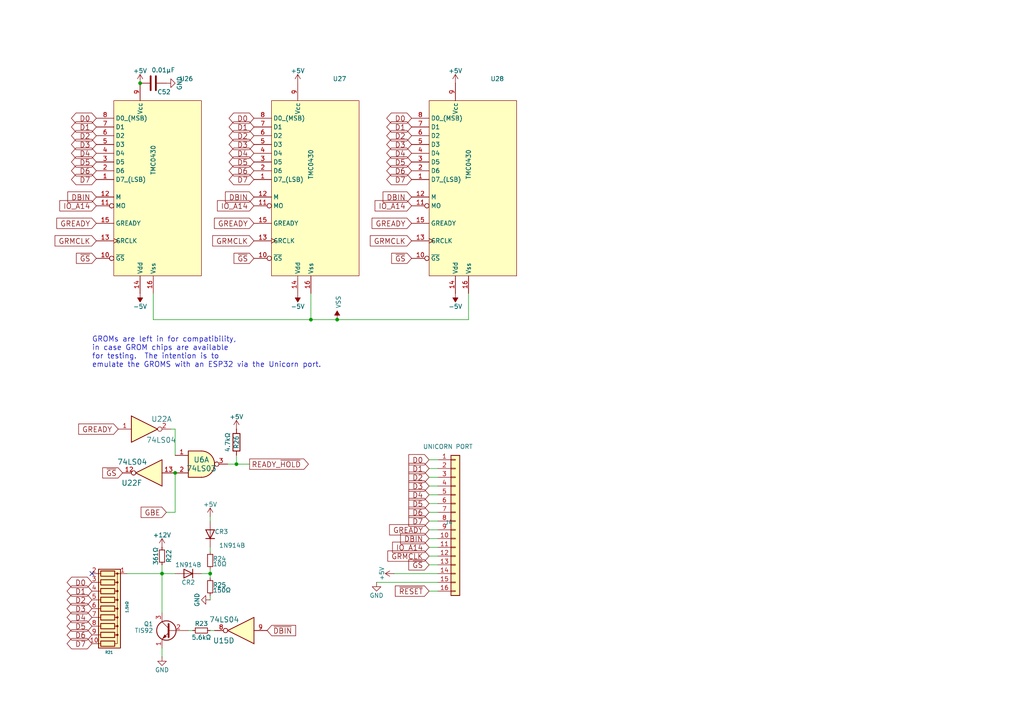
<source format=kicad_sch>
(kicad_sch
	(version 20231120)
	(generator "eeschema")
	(generator_version "8.0")
	(uuid "e73ef891-c9f9-42ab-894b-b2580ee0b0a1")
	(paper "A4")
	(title_block
		(title "TI-99/22")
		(date "2023-01-21")
		(rev "0.96")
		(company "Dan Werner - https://github.com/danwerner21/ti99_22")
		(comment 1 "Schematic for Keyboard, Joystick and Cassette port.")
		(comment 3 "was based on the HackMac KiCAD Design")
		(comment 4 "Based Robert Krenicki's design which")
		(comment 5 "Original - https://github.com/rkrenicki/TI99-Motherboard")
	)
	(lib_symbols
		(symbol "74xx:74LS03"
			(pin_names
				(offset 1.016)
			)
			(exclude_from_sim no)
			(in_bom yes)
			(on_board yes)
			(property "Reference" "U"
				(at 0 1.27 0)
				(effects
					(font
						(size 1.27 1.27)
					)
				)
			)
			(property "Value" "74LS03"
				(at 0 -1.27 0)
				(effects
					(font
						(size 1.27 1.27)
					)
				)
			)
			(property "Footprint" ""
				(at 0 0 0)
				(effects
					(font
						(size 1.27 1.27)
					)
					(hide yes)
				)
			)
			(property "Datasheet" "http://www.ti.com/lit/gpn/sn74LS03"
				(at 0 0 0)
				(effects
					(font
						(size 1.27 1.27)
					)
					(hide yes)
				)
			)
			(property "Description" "Quad 2-input NAND open collector"
				(at 0 0 0)
				(effects
					(font
						(size 1.27 1.27)
					)
					(hide yes)
				)
			)
			(property "ki_locked" ""
				(at 0 0 0)
				(effects
					(font
						(size 1.27 1.27)
					)
				)
			)
			(property "ki_keywords" "TTL Nand2 OpenColl"
				(at 0 0 0)
				(effects
					(font
						(size 1.27 1.27)
					)
					(hide yes)
				)
			)
			(property "ki_fp_filters" "DIP*W7.62mm**"
				(at 0 0 0)
				(effects
					(font
						(size 1.27 1.27)
					)
					(hide yes)
				)
			)
			(symbol "74LS03_1_1"
				(arc
					(start 0 -3.81)
					(mid 3.7934 0)
					(end 0 3.81)
					(stroke
						(width 0.254)
						(type default)
					)
					(fill
						(type background)
					)
				)
				(polyline
					(pts
						(xy 0 3.81) (xy -3.81 3.81) (xy -3.81 -3.81) (xy 0 -3.81)
					)
					(stroke
						(width 0.254)
						(type default)
					)
					(fill
						(type background)
					)
				)
				(pin input line
					(at -7.62 2.54 0)
					(length 3.81)
					(name "~"
						(effects
							(font
								(size 1.27 1.27)
							)
						)
					)
					(number "1"
						(effects
							(font
								(size 1.27 1.27)
							)
						)
					)
				)
				(pin input line
					(at -7.62 -2.54 0)
					(length 3.81)
					(name "~"
						(effects
							(font
								(size 1.27 1.27)
							)
						)
					)
					(number "2"
						(effects
							(font
								(size 1.27 1.27)
							)
						)
					)
				)
				(pin open_collector inverted
					(at 7.62 0 180)
					(length 3.81)
					(name "~"
						(effects
							(font
								(size 1.27 1.27)
							)
						)
					)
					(number "3"
						(effects
							(font
								(size 1.27 1.27)
							)
						)
					)
				)
			)
			(symbol "74LS03_1_2"
				(arc
					(start -3.81 -3.81)
					(mid -2.589 0)
					(end -3.81 3.81)
					(stroke
						(width 0.254)
						(type default)
					)
					(fill
						(type none)
					)
				)
				(arc
					(start -0.6096 -3.81)
					(mid 2.1855 -2.584)
					(end 3.81 0)
					(stroke
						(width 0.254)
						(type default)
					)
					(fill
						(type background)
					)
				)
				(polyline
					(pts
						(xy -3.81 -3.81) (xy -0.635 -3.81)
					)
					(stroke
						(width 0.254)
						(type default)
					)
					(fill
						(type background)
					)
				)
				(polyline
					(pts
						(xy -3.81 3.81) (xy -0.635 3.81)
					)
					(stroke
						(width 0.254)
						(type default)
					)
					(fill
						(type background)
					)
				)
				(polyline
					(pts
						(xy -0.635 3.81) (xy -3.81 3.81) (xy -3.81 3.81) (xy -3.556 3.4036) (xy -3.0226 2.2606) (xy -2.6924 1.0414)
						(xy -2.6162 -0.254) (xy -2.7686 -1.4986) (xy -3.175 -2.7178) (xy -3.81 -3.81) (xy -3.81 -3.81)
						(xy -0.635 -3.81)
					)
					(stroke
						(width -25.4)
						(type default)
					)
					(fill
						(type background)
					)
				)
				(arc
					(start 3.81 0)
					(mid 2.1928 2.5925)
					(end -0.6096 3.81)
					(stroke
						(width 0.254)
						(type default)
					)
					(fill
						(type background)
					)
				)
				(pin input inverted
					(at -7.62 2.54 0)
					(length 4.318)
					(name "~"
						(effects
							(font
								(size 1.27 1.27)
							)
						)
					)
					(number "1"
						(effects
							(font
								(size 1.27 1.27)
							)
						)
					)
				)
				(pin input inverted
					(at -7.62 -2.54 0)
					(length 4.318)
					(name "~"
						(effects
							(font
								(size 1.27 1.27)
							)
						)
					)
					(number "2"
						(effects
							(font
								(size 1.27 1.27)
							)
						)
					)
				)
				(pin open_collector line
					(at 7.62 0 180)
					(length 3.81)
					(name "~"
						(effects
							(font
								(size 1.27 1.27)
							)
						)
					)
					(number "3"
						(effects
							(font
								(size 1.27 1.27)
							)
						)
					)
				)
			)
			(symbol "74LS03_2_1"
				(arc
					(start 0 -3.81)
					(mid 3.7934 0)
					(end 0 3.81)
					(stroke
						(width 0.254)
						(type default)
					)
					(fill
						(type background)
					)
				)
				(polyline
					(pts
						(xy 0 3.81) (xy -3.81 3.81) (xy -3.81 -3.81) (xy 0 -3.81)
					)
					(stroke
						(width 0.254)
						(type default)
					)
					(fill
						(type background)
					)
				)
				(pin input line
					(at -7.62 2.54 0)
					(length 3.81)
					(name "~"
						(effects
							(font
								(size 1.27 1.27)
							)
						)
					)
					(number "4"
						(effects
							(font
								(size 1.27 1.27)
							)
						)
					)
				)
				(pin input line
					(at -7.62 -2.54 0)
					(length 3.81)
					(name "~"
						(effects
							(font
								(size 1.27 1.27)
							)
						)
					)
					(number "5"
						(effects
							(font
								(size 1.27 1.27)
							)
						)
					)
				)
				(pin open_collector inverted
					(at 7.62 0 180)
					(length 3.81)
					(name "~"
						(effects
							(font
								(size 1.27 1.27)
							)
						)
					)
					(number "6"
						(effects
							(font
								(size 1.27 1.27)
							)
						)
					)
				)
			)
			(symbol "74LS03_2_2"
				(arc
					(start -3.81 -3.81)
					(mid -2.589 0)
					(end -3.81 3.81)
					(stroke
						(width 0.254)
						(type default)
					)
					(fill
						(type none)
					)
				)
				(arc
					(start -0.6096 -3.81)
					(mid 2.1855 -2.584)
					(end 3.81 0)
					(stroke
						(width 0.254)
						(type default)
					)
					(fill
						(type background)
					)
				)
				(polyline
					(pts
						(xy -3.81 -3.81) (xy -0.635 -3.81)
					)
					(stroke
						(width 0.254)
						(type default)
					)
					(fill
						(type background)
					)
				)
				(polyline
					(pts
						(xy -3.81 3.81) (xy -0.635 3.81)
					)
					(stroke
						(width 0.254)
						(type default)
					)
					(fill
						(type background)
					)
				)
				(polyline
					(pts
						(xy -0.635 3.81) (xy -3.81 3.81) (xy -3.81 3.81) (xy -3.556 3.4036) (xy -3.0226 2.2606) (xy -2.6924 1.0414)
						(xy -2.6162 -0.254) (xy -2.7686 -1.4986) (xy -3.175 -2.7178) (xy -3.81 -3.81) (xy -3.81 -3.81)
						(xy -0.635 -3.81)
					)
					(stroke
						(width -25.4)
						(type default)
					)
					(fill
						(type background)
					)
				)
				(arc
					(start 3.81 0)
					(mid 2.1928 2.5925)
					(end -0.6096 3.81)
					(stroke
						(width 0.254)
						(type default)
					)
					(fill
						(type background)
					)
				)
				(pin input inverted
					(at -7.62 2.54 0)
					(length 4.318)
					(name "~"
						(effects
							(font
								(size 1.27 1.27)
							)
						)
					)
					(number "4"
						(effects
							(font
								(size 1.27 1.27)
							)
						)
					)
				)
				(pin input inverted
					(at -7.62 -2.54 0)
					(length 4.318)
					(name "~"
						(effects
							(font
								(size 1.27 1.27)
							)
						)
					)
					(number "5"
						(effects
							(font
								(size 1.27 1.27)
							)
						)
					)
				)
				(pin open_collector line
					(at 7.62 0 180)
					(length 3.81)
					(name "~"
						(effects
							(font
								(size 1.27 1.27)
							)
						)
					)
					(number "6"
						(effects
							(font
								(size 1.27 1.27)
							)
						)
					)
				)
			)
			(symbol "74LS03_3_1"
				(arc
					(start 0 -3.81)
					(mid 3.7934 0)
					(end 0 3.81)
					(stroke
						(width 0.254)
						(type default)
					)
					(fill
						(type background)
					)
				)
				(polyline
					(pts
						(xy 0 3.81) (xy -3.81 3.81) (xy -3.81 -3.81) (xy 0 -3.81)
					)
					(stroke
						(width 0.254)
						(type default)
					)
					(fill
						(type background)
					)
				)
				(pin input line
					(at -7.62 -2.54 0)
					(length 3.81)
					(name "~"
						(effects
							(font
								(size 1.27 1.27)
							)
						)
					)
					(number "10"
						(effects
							(font
								(size 1.27 1.27)
							)
						)
					)
				)
				(pin open_collector inverted
					(at 7.62 0 180)
					(length 3.81)
					(name "~"
						(effects
							(font
								(size 1.27 1.27)
							)
						)
					)
					(number "8"
						(effects
							(font
								(size 1.27 1.27)
							)
						)
					)
				)
				(pin input line
					(at -7.62 2.54 0)
					(length 3.81)
					(name "~"
						(effects
							(font
								(size 1.27 1.27)
							)
						)
					)
					(number "9"
						(effects
							(font
								(size 1.27 1.27)
							)
						)
					)
				)
			)
			(symbol "74LS03_3_2"
				(arc
					(start -3.81 -3.81)
					(mid -2.589 0)
					(end -3.81 3.81)
					(stroke
						(width 0.254)
						(type default)
					)
					(fill
						(type none)
					)
				)
				(arc
					(start -0.6096 -3.81)
					(mid 2.1855 -2.584)
					(end 3.81 0)
					(stroke
						(width 0.254)
						(type default)
					)
					(fill
						(type background)
					)
				)
				(polyline
					(pts
						(xy -3.81 -3.81) (xy -0.635 -3.81)
					)
					(stroke
						(width 0.254)
						(type default)
					)
					(fill
						(type background)
					)
				)
				(polyline
					(pts
						(xy -3.81 3.81) (xy -0.635 3.81)
					)
					(stroke
						(width 0.254)
						(type default)
					)
					(fill
						(type background)
					)
				)
				(polyline
					(pts
						(xy -0.635 3.81) (xy -3.81 3.81) (xy -3.81 3.81) (xy -3.556 3.4036) (xy -3.0226 2.2606) (xy -2.6924 1.0414)
						(xy -2.6162 -0.254) (xy -2.7686 -1.4986) (xy -3.175 -2.7178) (xy -3.81 -3.81) (xy -3.81 -3.81)
						(xy -0.635 -3.81)
					)
					(stroke
						(width -25.4)
						(type default)
					)
					(fill
						(type background)
					)
				)
				(arc
					(start 3.81 0)
					(mid 2.1928 2.5925)
					(end -0.6096 3.81)
					(stroke
						(width 0.254)
						(type default)
					)
					(fill
						(type background)
					)
				)
				(pin input inverted
					(at -7.62 -2.54 0)
					(length 4.318)
					(name "~"
						(effects
							(font
								(size 1.27 1.27)
							)
						)
					)
					(number "10"
						(effects
							(font
								(size 1.27 1.27)
							)
						)
					)
				)
				(pin open_collector line
					(at 7.62 0 180)
					(length 3.81)
					(name "~"
						(effects
							(font
								(size 1.27 1.27)
							)
						)
					)
					(number "8"
						(effects
							(font
								(size 1.27 1.27)
							)
						)
					)
				)
				(pin input inverted
					(at -7.62 2.54 0)
					(length 4.318)
					(name "~"
						(effects
							(font
								(size 1.27 1.27)
							)
						)
					)
					(number "9"
						(effects
							(font
								(size 1.27 1.27)
							)
						)
					)
				)
			)
			(symbol "74LS03_4_1"
				(arc
					(start 0 -3.81)
					(mid 3.7934 0)
					(end 0 3.81)
					(stroke
						(width 0.254)
						(type default)
					)
					(fill
						(type background)
					)
				)
				(polyline
					(pts
						(xy 0 3.81) (xy -3.81 3.81) (xy -3.81 -3.81) (xy 0 -3.81)
					)
					(stroke
						(width 0.254)
						(type default)
					)
					(fill
						(type background)
					)
				)
				(pin open_collector inverted
					(at 7.62 0 180)
					(length 3.81)
					(name "~"
						(effects
							(font
								(size 1.27 1.27)
							)
						)
					)
					(number "11"
						(effects
							(font
								(size 1.27 1.27)
							)
						)
					)
				)
				(pin input line
					(at -7.62 2.54 0)
					(length 3.81)
					(name "~"
						(effects
							(font
								(size 1.27 1.27)
							)
						)
					)
					(number "12"
						(effects
							(font
								(size 1.27 1.27)
							)
						)
					)
				)
				(pin input line
					(at -7.62 -2.54 0)
					(length 3.81)
					(name "~"
						(effects
							(font
								(size 1.27 1.27)
							)
						)
					)
					(number "13"
						(effects
							(font
								(size 1.27 1.27)
							)
						)
					)
				)
			)
			(symbol "74LS03_4_2"
				(arc
					(start -3.81 -3.81)
					(mid -2.589 0)
					(end -3.81 3.81)
					(stroke
						(width 0.254)
						(type default)
					)
					(fill
						(type none)
					)
				)
				(arc
					(start -0.6096 -3.81)
					(mid 2.1855 -2.584)
					(end 3.81 0)
					(stroke
						(width 0.254)
						(type default)
					)
					(fill
						(type background)
					)
				)
				(polyline
					(pts
						(xy -3.81 -3.81) (xy -0.635 -3.81)
					)
					(stroke
						(width 0.254)
						(type default)
					)
					(fill
						(type background)
					)
				)
				(polyline
					(pts
						(xy -3.81 3.81) (xy -0.635 3.81)
					)
					(stroke
						(width 0.254)
						(type default)
					)
					(fill
						(type background)
					)
				)
				(polyline
					(pts
						(xy -0.635 3.81) (xy -3.81 3.81) (xy -3.81 3.81) (xy -3.556 3.4036) (xy -3.0226 2.2606) (xy -2.6924 1.0414)
						(xy -2.6162 -0.254) (xy -2.7686 -1.4986) (xy -3.175 -2.7178) (xy -3.81 -3.81) (xy -3.81 -3.81)
						(xy -0.635 -3.81)
					)
					(stroke
						(width -25.4)
						(type default)
					)
					(fill
						(type background)
					)
				)
				(arc
					(start 3.81 0)
					(mid 2.1928 2.5925)
					(end -0.6096 3.81)
					(stroke
						(width 0.254)
						(type default)
					)
					(fill
						(type background)
					)
				)
				(pin open_collector line
					(at 7.62 0 180)
					(length 3.81)
					(name "~"
						(effects
							(font
								(size 1.27 1.27)
							)
						)
					)
					(number "11"
						(effects
							(font
								(size 1.27 1.27)
							)
						)
					)
				)
				(pin input inverted
					(at -7.62 2.54 0)
					(length 4.318)
					(name "~"
						(effects
							(font
								(size 1.27 1.27)
							)
						)
					)
					(number "12"
						(effects
							(font
								(size 1.27 1.27)
							)
						)
					)
				)
				(pin input inverted
					(at -7.62 -2.54 0)
					(length 4.318)
					(name "~"
						(effects
							(font
								(size 1.27 1.27)
							)
						)
					)
					(number "13"
						(effects
							(font
								(size 1.27 1.27)
							)
						)
					)
				)
			)
			(symbol "74LS03_5_0"
				(pin power_in line
					(at 0 12.7 270)
					(length 5.08)
					(name "VCC"
						(effects
							(font
								(size 1.27 1.27)
							)
						)
					)
					(number "14"
						(effects
							(font
								(size 1.27 1.27)
							)
						)
					)
				)
				(pin power_in line
					(at 0 -12.7 90)
					(length 5.08)
					(name "GND"
						(effects
							(font
								(size 1.27 1.27)
							)
						)
					)
					(number "7"
						(effects
							(font
								(size 1.27 1.27)
							)
						)
					)
				)
			)
			(symbol "74LS03_5_1"
				(rectangle
					(start -5.08 7.62)
					(end 5.08 -7.62)
					(stroke
						(width 0.254)
						(type default)
					)
					(fill
						(type background)
					)
				)
			)
		)
		(symbol "74xx:74LS04"
			(exclude_from_sim no)
			(in_bom yes)
			(on_board yes)
			(property "Reference" "U"
				(at 0 1.27 0)
				(effects
					(font
						(size 1.27 1.27)
					)
				)
			)
			(property "Value" "74LS04"
				(at 0 -1.27 0)
				(effects
					(font
						(size 1.27 1.27)
					)
				)
			)
			(property "Footprint" ""
				(at 0 0 0)
				(effects
					(font
						(size 1.27 1.27)
					)
					(hide yes)
				)
			)
			(property "Datasheet" "http://www.ti.com/lit/gpn/sn74LS04"
				(at 0 0 0)
				(effects
					(font
						(size 1.27 1.27)
					)
					(hide yes)
				)
			)
			(property "Description" "Hex Inverter"
				(at 0 0 0)
				(effects
					(font
						(size 1.27 1.27)
					)
					(hide yes)
				)
			)
			(property "ki_locked" ""
				(at 0 0 0)
				(effects
					(font
						(size 1.27 1.27)
					)
				)
			)
			(property "ki_keywords" "TTL not inv"
				(at 0 0 0)
				(effects
					(font
						(size 1.27 1.27)
					)
					(hide yes)
				)
			)
			(property "ki_fp_filters" "DIP*W7.62mm* SSOP?14* TSSOP?14*"
				(at 0 0 0)
				(effects
					(font
						(size 1.27 1.27)
					)
					(hide yes)
				)
			)
			(symbol "74LS04_1_0"
				(polyline
					(pts
						(xy -3.81 3.81) (xy -3.81 -3.81) (xy 3.81 0) (xy -3.81 3.81)
					)
					(stroke
						(width 0.254)
						(type default)
					)
					(fill
						(type background)
					)
				)
				(pin input line
					(at -7.62 0 0)
					(length 3.81)
					(name "~"
						(effects
							(font
								(size 1.27 1.27)
							)
						)
					)
					(number "1"
						(effects
							(font
								(size 1.27 1.27)
							)
						)
					)
				)
				(pin output inverted
					(at 7.62 0 180)
					(length 3.81)
					(name "~"
						(effects
							(font
								(size 1.27 1.27)
							)
						)
					)
					(number "2"
						(effects
							(font
								(size 1.27 1.27)
							)
						)
					)
				)
			)
			(symbol "74LS04_2_0"
				(polyline
					(pts
						(xy -3.81 3.81) (xy -3.81 -3.81) (xy 3.81 0) (xy -3.81 3.81)
					)
					(stroke
						(width 0.254)
						(type default)
					)
					(fill
						(type background)
					)
				)
				(pin input line
					(at -7.62 0 0)
					(length 3.81)
					(name "~"
						(effects
							(font
								(size 1.27 1.27)
							)
						)
					)
					(number "3"
						(effects
							(font
								(size 1.27 1.27)
							)
						)
					)
				)
				(pin output inverted
					(at 7.62 0 180)
					(length 3.81)
					(name "~"
						(effects
							(font
								(size 1.27 1.27)
							)
						)
					)
					(number "4"
						(effects
							(font
								(size 1.27 1.27)
							)
						)
					)
				)
			)
			(symbol "74LS04_3_0"
				(polyline
					(pts
						(xy -3.81 3.81) (xy -3.81 -3.81) (xy 3.81 0) (xy -3.81 3.81)
					)
					(stroke
						(width 0.254)
						(type default)
					)
					(fill
						(type background)
					)
				)
				(pin input line
					(at -7.62 0 0)
					(length 3.81)
					(name "~"
						(effects
							(font
								(size 1.27 1.27)
							)
						)
					)
					(number "5"
						(effects
							(font
								(size 1.27 1.27)
							)
						)
					)
				)
				(pin output inverted
					(at 7.62 0 180)
					(length 3.81)
					(name "~"
						(effects
							(font
								(size 1.27 1.27)
							)
						)
					)
					(number "6"
						(effects
							(font
								(size 1.27 1.27)
							)
						)
					)
				)
			)
			(symbol "74LS04_4_0"
				(polyline
					(pts
						(xy -3.81 3.81) (xy -3.81 -3.81) (xy 3.81 0) (xy -3.81 3.81)
					)
					(stroke
						(width 0.254)
						(type default)
					)
					(fill
						(type background)
					)
				)
				(pin output inverted
					(at 7.62 0 180)
					(length 3.81)
					(name "~"
						(effects
							(font
								(size 1.27 1.27)
							)
						)
					)
					(number "8"
						(effects
							(font
								(size 1.27 1.27)
							)
						)
					)
				)
				(pin input line
					(at -7.62 0 0)
					(length 3.81)
					(name "~"
						(effects
							(font
								(size 1.27 1.27)
							)
						)
					)
					(number "9"
						(effects
							(font
								(size 1.27 1.27)
							)
						)
					)
				)
			)
			(symbol "74LS04_5_0"
				(polyline
					(pts
						(xy -3.81 3.81) (xy -3.81 -3.81) (xy 3.81 0) (xy -3.81 3.81)
					)
					(stroke
						(width 0.254)
						(type default)
					)
					(fill
						(type background)
					)
				)
				(pin output inverted
					(at 7.62 0 180)
					(length 3.81)
					(name "~"
						(effects
							(font
								(size 1.27 1.27)
							)
						)
					)
					(number "10"
						(effects
							(font
								(size 1.27 1.27)
							)
						)
					)
				)
				(pin input line
					(at -7.62 0 0)
					(length 3.81)
					(name "~"
						(effects
							(font
								(size 1.27 1.27)
							)
						)
					)
					(number "11"
						(effects
							(font
								(size 1.27 1.27)
							)
						)
					)
				)
			)
			(symbol "74LS04_6_0"
				(polyline
					(pts
						(xy -3.81 3.81) (xy -3.81 -3.81) (xy 3.81 0) (xy -3.81 3.81)
					)
					(stroke
						(width 0.254)
						(type default)
					)
					(fill
						(type background)
					)
				)
				(pin output inverted
					(at 7.62 0 180)
					(length 3.81)
					(name "~"
						(effects
							(font
								(size 1.27 1.27)
							)
						)
					)
					(number "12"
						(effects
							(font
								(size 1.27 1.27)
							)
						)
					)
				)
				(pin input line
					(at -7.62 0 0)
					(length 3.81)
					(name "~"
						(effects
							(font
								(size 1.27 1.27)
							)
						)
					)
					(number "13"
						(effects
							(font
								(size 1.27 1.27)
							)
						)
					)
				)
			)
			(symbol "74LS04_7_0"
				(pin power_in line
					(at 0 12.7 270)
					(length 5.08)
					(name "VCC"
						(effects
							(font
								(size 1.27 1.27)
							)
						)
					)
					(number "14"
						(effects
							(font
								(size 1.27 1.27)
							)
						)
					)
				)
				(pin power_in line
					(at 0 -12.7 90)
					(length 5.08)
					(name "GND"
						(effects
							(font
								(size 1.27 1.27)
							)
						)
					)
					(number "7"
						(effects
							(font
								(size 1.27 1.27)
							)
						)
					)
				)
			)
			(symbol "74LS04_7_1"
				(rectangle
					(start -5.08 7.62)
					(end 5.08 -7.62)
					(stroke
						(width 0.254)
						(type default)
					)
					(fill
						(type background)
					)
				)
			)
		)
		(symbol "Connector_Generic:Conn_01x16"
			(pin_names
				(offset 1.016) hide)
			(exclude_from_sim no)
			(in_bom yes)
			(on_board yes)
			(property "Reference" "J"
				(at 0 20.32 0)
				(effects
					(font
						(size 1.27 1.27)
					)
				)
			)
			(property "Value" "Conn_01x16"
				(at 0 -22.86 0)
				(effects
					(font
						(size 1.27 1.27)
					)
				)
			)
			(property "Footprint" ""
				(at 0 0 0)
				(effects
					(font
						(size 1.27 1.27)
					)
					(hide yes)
				)
			)
			(property "Datasheet" "~"
				(at 0 0 0)
				(effects
					(font
						(size 1.27 1.27)
					)
					(hide yes)
				)
			)
			(property "Description" "Generic connector, single row, 01x16, script generated (kicad-library-utils/schlib/autogen/connector/)"
				(at 0 0 0)
				(effects
					(font
						(size 1.27 1.27)
					)
					(hide yes)
				)
			)
			(property "ki_keywords" "connector"
				(at 0 0 0)
				(effects
					(font
						(size 1.27 1.27)
					)
					(hide yes)
				)
			)
			(property "ki_fp_filters" "Connector*:*_1x??_*"
				(at 0 0 0)
				(effects
					(font
						(size 1.27 1.27)
					)
					(hide yes)
				)
			)
			(symbol "Conn_01x16_1_1"
				(rectangle
					(start -1.27 -20.193)
					(end 0 -20.447)
					(stroke
						(width 0.1524)
						(type default)
					)
					(fill
						(type none)
					)
				)
				(rectangle
					(start -1.27 -17.653)
					(end 0 -17.907)
					(stroke
						(width 0.1524)
						(type default)
					)
					(fill
						(type none)
					)
				)
				(rectangle
					(start -1.27 -15.113)
					(end 0 -15.367)
					(stroke
						(width 0.1524)
						(type default)
					)
					(fill
						(type none)
					)
				)
				(rectangle
					(start -1.27 -12.573)
					(end 0 -12.827)
					(stroke
						(width 0.1524)
						(type default)
					)
					(fill
						(type none)
					)
				)
				(rectangle
					(start -1.27 -10.033)
					(end 0 -10.287)
					(stroke
						(width 0.1524)
						(type default)
					)
					(fill
						(type none)
					)
				)
				(rectangle
					(start -1.27 -7.493)
					(end 0 -7.747)
					(stroke
						(width 0.1524)
						(type default)
					)
					(fill
						(type none)
					)
				)
				(rectangle
					(start -1.27 -4.953)
					(end 0 -5.207)
					(stroke
						(width 0.1524)
						(type default)
					)
					(fill
						(type none)
					)
				)
				(rectangle
					(start -1.27 -2.413)
					(end 0 -2.667)
					(stroke
						(width 0.1524)
						(type default)
					)
					(fill
						(type none)
					)
				)
				(rectangle
					(start -1.27 0.127)
					(end 0 -0.127)
					(stroke
						(width 0.1524)
						(type default)
					)
					(fill
						(type none)
					)
				)
				(rectangle
					(start -1.27 2.667)
					(end 0 2.413)
					(stroke
						(width 0.1524)
						(type default)
					)
					(fill
						(type none)
					)
				)
				(rectangle
					(start -1.27 5.207)
					(end 0 4.953)
					(stroke
						(width 0.1524)
						(type default)
					)
					(fill
						(type none)
					)
				)
				(rectangle
					(start -1.27 7.747)
					(end 0 7.493)
					(stroke
						(width 0.1524)
						(type default)
					)
					(fill
						(type none)
					)
				)
				(rectangle
					(start -1.27 10.287)
					(end 0 10.033)
					(stroke
						(width 0.1524)
						(type default)
					)
					(fill
						(type none)
					)
				)
				(rectangle
					(start -1.27 12.827)
					(end 0 12.573)
					(stroke
						(width 0.1524)
						(type default)
					)
					(fill
						(type none)
					)
				)
				(rectangle
					(start -1.27 15.367)
					(end 0 15.113)
					(stroke
						(width 0.1524)
						(type default)
					)
					(fill
						(type none)
					)
				)
				(rectangle
					(start -1.27 17.907)
					(end 0 17.653)
					(stroke
						(width 0.1524)
						(type default)
					)
					(fill
						(type none)
					)
				)
				(rectangle
					(start -1.27 19.05)
					(end 1.27 -21.59)
					(stroke
						(width 0.254)
						(type default)
					)
					(fill
						(type background)
					)
				)
				(pin passive line
					(at -5.08 17.78 0)
					(length 3.81)
					(name "Pin_1"
						(effects
							(font
								(size 1.27 1.27)
							)
						)
					)
					(number "1"
						(effects
							(font
								(size 1.27 1.27)
							)
						)
					)
				)
				(pin passive line
					(at -5.08 -5.08 0)
					(length 3.81)
					(name "Pin_10"
						(effects
							(font
								(size 1.27 1.27)
							)
						)
					)
					(number "10"
						(effects
							(font
								(size 1.27 1.27)
							)
						)
					)
				)
				(pin passive line
					(at -5.08 -7.62 0)
					(length 3.81)
					(name "Pin_11"
						(effects
							(font
								(size 1.27 1.27)
							)
						)
					)
					(number "11"
						(effects
							(font
								(size 1.27 1.27)
							)
						)
					)
				)
				(pin passive line
					(at -5.08 -10.16 0)
					(length 3.81)
					(name "Pin_12"
						(effects
							(font
								(size 1.27 1.27)
							)
						)
					)
					(number "12"
						(effects
							(font
								(size 1.27 1.27)
							)
						)
					)
				)
				(pin passive line
					(at -5.08 -12.7 0)
					(length 3.81)
					(name "Pin_13"
						(effects
							(font
								(size 1.27 1.27)
							)
						)
					)
					(number "13"
						(effects
							(font
								(size 1.27 1.27)
							)
						)
					)
				)
				(pin passive line
					(at -5.08 -15.24 0)
					(length 3.81)
					(name "Pin_14"
						(effects
							(font
								(size 1.27 1.27)
							)
						)
					)
					(number "14"
						(effects
							(font
								(size 1.27 1.27)
							)
						)
					)
				)
				(pin passive line
					(at -5.08 -17.78 0)
					(length 3.81)
					(name "Pin_15"
						(effects
							(font
								(size 1.27 1.27)
							)
						)
					)
					(number "15"
						(effects
							(font
								(size 1.27 1.27)
							)
						)
					)
				)
				(pin passive line
					(at -5.08 -20.32 0)
					(length 3.81)
					(name "Pin_16"
						(effects
							(font
								(size 1.27 1.27)
							)
						)
					)
					(number "16"
						(effects
							(font
								(size 1.27 1.27)
							)
						)
					)
				)
				(pin passive line
					(at -5.08 15.24 0)
					(length 3.81)
					(name "Pin_2"
						(effects
							(font
								(size 1.27 1.27)
							)
						)
					)
					(number "2"
						(effects
							(font
								(size 1.27 1.27)
							)
						)
					)
				)
				(pin passive line
					(at -5.08 12.7 0)
					(length 3.81)
					(name "Pin_3"
						(effects
							(font
								(size 1.27 1.27)
							)
						)
					)
					(number "3"
						(effects
							(font
								(size 1.27 1.27)
							)
						)
					)
				)
				(pin passive line
					(at -5.08 10.16 0)
					(length 3.81)
					(name "Pin_4"
						(effects
							(font
								(size 1.27 1.27)
							)
						)
					)
					(number "4"
						(effects
							(font
								(size 1.27 1.27)
							)
						)
					)
				)
				(pin passive line
					(at -5.08 7.62 0)
					(length 3.81)
					(name "Pin_5"
						(effects
							(font
								(size 1.27 1.27)
							)
						)
					)
					(number "5"
						(effects
							(font
								(size 1.27 1.27)
							)
						)
					)
				)
				(pin passive line
					(at -5.08 5.08 0)
					(length 3.81)
					(name "Pin_6"
						(effects
							(font
								(size 1.27 1.27)
							)
						)
					)
					(number "6"
						(effects
							(font
								(size 1.27 1.27)
							)
						)
					)
				)
				(pin passive line
					(at -5.08 2.54 0)
					(length 3.81)
					(name "Pin_7"
						(effects
							(font
								(size 1.27 1.27)
							)
						)
					)
					(number "7"
						(effects
							(font
								(size 1.27 1.27)
							)
						)
					)
				)
				(pin passive line
					(at -5.08 0 0)
					(length 3.81)
					(name "Pin_8"
						(effects
							(font
								(size 1.27 1.27)
							)
						)
					)
					(number "8"
						(effects
							(font
								(size 1.27 1.27)
							)
						)
					)
				)
				(pin passive line
					(at -5.08 -2.54 0)
					(length 3.81)
					(name "Pin_9"
						(effects
							(font
								(size 1.27 1.27)
							)
						)
					)
					(number "9"
						(effects
							(font
								(size 1.27 1.27)
							)
						)
					)
				)
			)
		)
		(symbol "Custom:TMC0430"
			(exclude_from_sim no)
			(in_bom yes)
			(on_board yes)
			(property "Reference" "U"
				(at 0 0 0)
				(effects
					(font
						(size 1.27 1.27)
					)
				)
			)
			(property "Value" ""
				(at 0 0 0)
				(effects
					(font
						(size 1.27 1.27)
					)
				)
			)
			(property "Footprint" ""
				(at 0 0 0)
				(effects
					(font
						(size 1.27 1.27)
					)
					(hide yes)
				)
			)
			(property "Datasheet" ""
				(at 0 0 0)
				(effects
					(font
						(size 1.27 1.27)
					)
					(hide yes)
				)
			)
			(property "Description" ""
				(at 0 0 0)
				(effects
					(font
						(size 1.27 1.27)
					)
					(hide yes)
				)
			)
			(symbol "TMC0430_0_1"
				(rectangle
					(start -11.43 22.86)
					(end 13.97 -27.94)
					(stroke
						(width 0)
						(type default)
					)
					(fill
						(type background)
					)
				)
			)
			(symbol "TMC0430_1_1"
				(pin tri_state line
					(at -16.51 0 0)
					(length 5.08)
					(name "D7_(LSB)"
						(effects
							(font
								(size 1.27 1.27)
							)
						)
					)
					(number "1"
						(effects
							(font
								(size 1.27 1.27)
							)
						)
					)
				)
				(pin input inverted
					(at -16.51 -22.86 0)
					(length 5.08)
					(name "~{GS}"
						(effects
							(font
								(size 1.27 1.27)
							)
						)
					)
					(number "10"
						(effects
							(font
								(size 1.27 1.27)
							)
						)
					)
				)
				(pin input inverted
					(at -16.51 -7.62 0)
					(length 5.08)
					(name "MO"
						(effects
							(font
								(size 1.27 1.27)
							)
						)
					)
					(number "11"
						(effects
							(font
								(size 1.27 1.27)
							)
						)
					)
				)
				(pin input line
					(at -16.51 -5.08 0)
					(length 5.08)
					(name "M"
						(effects
							(font
								(size 1.27 1.27)
							)
						)
					)
					(number "12"
						(effects
							(font
								(size 1.27 1.27)
							)
						)
					)
				)
				(pin input clock
					(at -16.51 -17.78 0)
					(length 5.08)
					(name "GRCLK"
						(effects
							(font
								(size 1.27 1.27)
							)
						)
					)
					(number "13"
						(effects
							(font
								(size 1.27 1.27)
							)
						)
					)
				)
				(pin power_in line
					(at -3.81 -33.02 90)
					(length 5.08)
					(name "Vdd"
						(effects
							(font
								(size 1.27 1.27)
							)
						)
					)
					(number "14"
						(effects
							(font
								(size 1.27 1.27)
							)
						)
					)
				)
				(pin open_collector line
					(at -16.51 -12.7 0)
					(length 5.08)
					(name "GREADY"
						(effects
							(font
								(size 1.27 1.27)
							)
						)
					)
					(number "15"
						(effects
							(font
								(size 1.27 1.27)
							)
						)
					)
				)
				(pin power_in line
					(at 0 -33.02 90)
					(length 5.08)
					(name "Vss"
						(effects
							(font
								(size 1.27 1.27)
							)
						)
					)
					(number "16"
						(effects
							(font
								(size 1.27 1.27)
							)
						)
					)
				)
				(pin tri_state line
					(at -16.51 2.54 0)
					(length 5.08)
					(name "D6"
						(effects
							(font
								(size 1.27 1.27)
							)
						)
					)
					(number "2"
						(effects
							(font
								(size 1.27 1.27)
							)
						)
					)
				)
				(pin tri_state line
					(at -16.51 5.08 0)
					(length 5.08)
					(name "D5"
						(effects
							(font
								(size 1.27 1.27)
							)
						)
					)
					(number "3"
						(effects
							(font
								(size 1.27 1.27)
							)
						)
					)
				)
				(pin tri_state line
					(at -16.51 7.62 0)
					(length 5.08)
					(name "D4"
						(effects
							(font
								(size 1.27 1.27)
							)
						)
					)
					(number "4"
						(effects
							(font
								(size 1.27 1.27)
							)
						)
					)
				)
				(pin tri_state line
					(at -16.51 10.16 0)
					(length 5.08)
					(name "D3"
						(effects
							(font
								(size 1.27 1.27)
							)
						)
					)
					(number "5"
						(effects
							(font
								(size 1.27 1.27)
							)
						)
					)
				)
				(pin tri_state line
					(at -16.51 12.7 0)
					(length 5.08)
					(name "D2"
						(effects
							(font
								(size 1.27 1.27)
							)
						)
					)
					(number "6"
						(effects
							(font
								(size 1.27 1.27)
							)
						)
					)
				)
				(pin tri_state line
					(at -16.51 15.24 0)
					(length 5.08)
					(name "D1"
						(effects
							(font
								(size 1.27 1.27)
							)
						)
					)
					(number "7"
						(effects
							(font
								(size 1.27 1.27)
							)
						)
					)
				)
				(pin tri_state line
					(at -16.51 17.78 0)
					(length 5.08)
					(name "D0_(MSB)"
						(effects
							(font
								(size 1.27 1.27)
							)
						)
					)
					(number "8"
						(effects
							(font
								(size 1.27 1.27)
							)
						)
					)
				)
				(pin power_in line
					(at -3.81 27.94 270)
					(length 5.08)
					(name "Vcc"
						(effects
							(font
								(size 1.27 1.27)
							)
						)
					)
					(number "9"
						(effects
							(font
								(size 1.27 1.27)
							)
						)
					)
				)
			)
		)
		(symbol "Device:C"
			(pin_numbers hide)
			(pin_names
				(offset 0.254)
			)
			(exclude_from_sim no)
			(in_bom yes)
			(on_board yes)
			(property "Reference" "C"
				(at 0.635 2.54 0)
				(effects
					(font
						(size 1.27 1.27)
					)
					(justify left)
				)
			)
			(property "Value" "C"
				(at 0.635 -2.54 0)
				(effects
					(font
						(size 1.27 1.27)
					)
					(justify left)
				)
			)
			(property "Footprint" ""
				(at 0.9652 -3.81 0)
				(effects
					(font
						(size 1.27 1.27)
					)
					(hide yes)
				)
			)
			(property "Datasheet" "~"
				(at 0 0 0)
				(effects
					(font
						(size 1.27 1.27)
					)
					(hide yes)
				)
			)
			(property "Description" "Unpolarized capacitor"
				(at 0 0 0)
				(effects
					(font
						(size 1.27 1.27)
					)
					(hide yes)
				)
			)
			(property "ki_keywords" "cap capacitor"
				(at 0 0 0)
				(effects
					(font
						(size 1.27 1.27)
					)
					(hide yes)
				)
			)
			(property "ki_fp_filters" "C_*"
				(at 0 0 0)
				(effects
					(font
						(size 1.27 1.27)
					)
					(hide yes)
				)
			)
			(symbol "C_0_1"
				(polyline
					(pts
						(xy -2.032 -0.762) (xy 2.032 -0.762)
					)
					(stroke
						(width 0.508)
						(type default)
					)
					(fill
						(type none)
					)
				)
				(polyline
					(pts
						(xy -2.032 0.762) (xy 2.032 0.762)
					)
					(stroke
						(width 0.508)
						(type default)
					)
					(fill
						(type none)
					)
				)
			)
			(symbol "C_1_1"
				(pin passive line
					(at 0 3.81 270)
					(length 2.794)
					(name "~"
						(effects
							(font
								(size 1.27 1.27)
							)
						)
					)
					(number "1"
						(effects
							(font
								(size 1.27 1.27)
							)
						)
					)
				)
				(pin passive line
					(at 0 -3.81 90)
					(length 2.794)
					(name "~"
						(effects
							(font
								(size 1.27 1.27)
							)
						)
					)
					(number "2"
						(effects
							(font
								(size 1.27 1.27)
							)
						)
					)
				)
			)
		)
		(symbol "Device:D"
			(pin_numbers hide)
			(pin_names
				(offset 1.016) hide)
			(exclude_from_sim no)
			(in_bom yes)
			(on_board yes)
			(property "Reference" "D"
				(at 0 2.54 0)
				(effects
					(font
						(size 1.27 1.27)
					)
				)
			)
			(property "Value" "D"
				(at 0 -2.54 0)
				(effects
					(font
						(size 1.27 1.27)
					)
				)
			)
			(property "Footprint" ""
				(at 0 0 0)
				(effects
					(font
						(size 1.27 1.27)
					)
					(hide yes)
				)
			)
			(property "Datasheet" "~"
				(at 0 0 0)
				(effects
					(font
						(size 1.27 1.27)
					)
					(hide yes)
				)
			)
			(property "Description" "Diode"
				(at 0 0 0)
				(effects
					(font
						(size 1.27 1.27)
					)
					(hide yes)
				)
			)
			(property "Sim.Device" "D"
				(at 0 0 0)
				(effects
					(font
						(size 1.27 1.27)
					)
					(hide yes)
				)
			)
			(property "Sim.Pins" "1=K 2=A"
				(at 0 0 0)
				(effects
					(font
						(size 1.27 1.27)
					)
					(hide yes)
				)
			)
			(property "ki_keywords" "diode"
				(at 0 0 0)
				(effects
					(font
						(size 1.27 1.27)
					)
					(hide yes)
				)
			)
			(property "ki_fp_filters" "TO-???* *_Diode_* *SingleDiode* D_*"
				(at 0 0 0)
				(effects
					(font
						(size 1.27 1.27)
					)
					(hide yes)
				)
			)
			(symbol "D_0_1"
				(polyline
					(pts
						(xy -1.27 1.27) (xy -1.27 -1.27)
					)
					(stroke
						(width 0.254)
						(type default)
					)
					(fill
						(type none)
					)
				)
				(polyline
					(pts
						(xy 1.27 0) (xy -1.27 0)
					)
					(stroke
						(width 0)
						(type default)
					)
					(fill
						(type none)
					)
				)
				(polyline
					(pts
						(xy 1.27 1.27) (xy 1.27 -1.27) (xy -1.27 0) (xy 1.27 1.27)
					)
					(stroke
						(width 0.254)
						(type default)
					)
					(fill
						(type none)
					)
				)
			)
			(symbol "D_1_1"
				(pin passive line
					(at -3.81 0 0)
					(length 2.54)
					(name "K"
						(effects
							(font
								(size 1.27 1.27)
							)
						)
					)
					(number "1"
						(effects
							(font
								(size 1.27 1.27)
							)
						)
					)
				)
				(pin passive line
					(at 3.81 0 180)
					(length 2.54)
					(name "A"
						(effects
							(font
								(size 1.27 1.27)
							)
						)
					)
					(number "2"
						(effects
							(font
								(size 1.27 1.27)
							)
						)
					)
				)
			)
		)
		(symbol "Device:Q_NPN_EBC"
			(pin_names
				(offset 0) hide)
			(exclude_from_sim no)
			(in_bom yes)
			(on_board yes)
			(property "Reference" "Q"
				(at 5.08 1.27 0)
				(effects
					(font
						(size 1.27 1.27)
					)
					(justify left)
				)
			)
			(property "Value" "Q_NPN_EBC"
				(at 5.08 -1.27 0)
				(effects
					(font
						(size 1.27 1.27)
					)
					(justify left)
				)
			)
			(property "Footprint" ""
				(at 5.08 2.54 0)
				(effects
					(font
						(size 1.27 1.27)
					)
					(hide yes)
				)
			)
			(property "Datasheet" "~"
				(at 0 0 0)
				(effects
					(font
						(size 1.27 1.27)
					)
					(hide yes)
				)
			)
			(property "Description" "NPN transistor, emitter/base/collector"
				(at 0 0 0)
				(effects
					(font
						(size 1.27 1.27)
					)
					(hide yes)
				)
			)
			(property "ki_keywords" "transistor NPN"
				(at 0 0 0)
				(effects
					(font
						(size 1.27 1.27)
					)
					(hide yes)
				)
			)
			(symbol "Q_NPN_EBC_0_1"
				(polyline
					(pts
						(xy 0.635 0.635) (xy 2.54 2.54)
					)
					(stroke
						(width 0)
						(type default)
					)
					(fill
						(type none)
					)
				)
				(polyline
					(pts
						(xy 0.635 -0.635) (xy 2.54 -2.54) (xy 2.54 -2.54)
					)
					(stroke
						(width 0)
						(type default)
					)
					(fill
						(type none)
					)
				)
				(polyline
					(pts
						(xy 0.635 1.905) (xy 0.635 -1.905) (xy 0.635 -1.905)
					)
					(stroke
						(width 0.508)
						(type default)
					)
					(fill
						(type none)
					)
				)
				(polyline
					(pts
						(xy 1.27 -1.778) (xy 1.778 -1.27) (xy 2.286 -2.286) (xy 1.27 -1.778) (xy 1.27 -1.778)
					)
					(stroke
						(width 0)
						(type default)
					)
					(fill
						(type outline)
					)
				)
				(circle
					(center 1.27 0)
					(radius 2.8194)
					(stroke
						(width 0.254)
						(type default)
					)
					(fill
						(type none)
					)
				)
			)
			(symbol "Q_NPN_EBC_1_1"
				(pin passive line
					(at 2.54 -5.08 90)
					(length 2.54)
					(name "E"
						(effects
							(font
								(size 1.27 1.27)
							)
						)
					)
					(number "1"
						(effects
							(font
								(size 1.27 1.27)
							)
						)
					)
				)
				(pin passive line
					(at -5.08 0 0)
					(length 5.715)
					(name "B"
						(effects
							(font
								(size 1.27 1.27)
							)
						)
					)
					(number "2"
						(effects
							(font
								(size 1.27 1.27)
							)
						)
					)
				)
				(pin passive line
					(at 2.54 5.08 270)
					(length 2.54)
					(name "C"
						(effects
							(font
								(size 1.27 1.27)
							)
						)
					)
					(number "3"
						(effects
							(font
								(size 1.27 1.27)
							)
						)
					)
				)
			)
		)
		(symbol "Device:R"
			(pin_numbers hide)
			(pin_names
				(offset 0)
			)
			(exclude_from_sim no)
			(in_bom yes)
			(on_board yes)
			(property "Reference" "R"
				(at 2.032 0 90)
				(effects
					(font
						(size 1.27 1.27)
					)
				)
			)
			(property "Value" "R"
				(at 0 0 90)
				(effects
					(font
						(size 1.27 1.27)
					)
				)
			)
			(property "Footprint" ""
				(at -1.778 0 90)
				(effects
					(font
						(size 1.27 1.27)
					)
					(hide yes)
				)
			)
			(property "Datasheet" "~"
				(at 0 0 0)
				(effects
					(font
						(size 1.27 1.27)
					)
					(hide yes)
				)
			)
			(property "Description" "Resistor"
				(at 0 0 0)
				(effects
					(font
						(size 1.27 1.27)
					)
					(hide yes)
				)
			)
			(property "ki_keywords" "R res resistor"
				(at 0 0 0)
				(effects
					(font
						(size 1.27 1.27)
					)
					(hide yes)
				)
			)
			(property "ki_fp_filters" "R_*"
				(at 0 0 0)
				(effects
					(font
						(size 1.27 1.27)
					)
					(hide yes)
				)
			)
			(symbol "R_0_1"
				(rectangle
					(start -1.016 -2.54)
					(end 1.016 2.54)
					(stroke
						(width 0.254)
						(type default)
					)
					(fill
						(type none)
					)
				)
			)
			(symbol "R_1_1"
				(pin passive line
					(at 0 3.81 270)
					(length 1.27)
					(name "~"
						(effects
							(font
								(size 1.27 1.27)
							)
						)
					)
					(number "1"
						(effects
							(font
								(size 1.27 1.27)
							)
						)
					)
				)
				(pin passive line
					(at 0 -3.81 90)
					(length 1.27)
					(name "~"
						(effects
							(font
								(size 1.27 1.27)
							)
						)
					)
					(number "2"
						(effects
							(font
								(size 1.27 1.27)
							)
						)
					)
				)
			)
		)
		(symbol "Device:R_Network09"
			(pin_names
				(offset 0) hide)
			(exclude_from_sim no)
			(in_bom yes)
			(on_board yes)
			(property "Reference" "RN"
				(at -12.7 0 90)
				(effects
					(font
						(size 1.27 1.27)
					)
				)
			)
			(property "Value" "R_Network09"
				(at 12.7 0 90)
				(effects
					(font
						(size 1.27 1.27)
					)
				)
			)
			(property "Footprint" "Resistor_THT:R_Array_SIP10"
				(at 14.605 0 90)
				(effects
					(font
						(size 1.27 1.27)
					)
					(hide yes)
				)
			)
			(property "Datasheet" "http://www.vishay.com/docs/31509/csc.pdf"
				(at 0 0 0)
				(effects
					(font
						(size 1.27 1.27)
					)
					(hide yes)
				)
			)
			(property "Description" "9 resistor network, star topology, bussed resistors, small symbol"
				(at 0 0 0)
				(effects
					(font
						(size 1.27 1.27)
					)
					(hide yes)
				)
			)
			(property "ki_keywords" "R network star-topology"
				(at 0 0 0)
				(effects
					(font
						(size 1.27 1.27)
					)
					(hide yes)
				)
			)
			(property "ki_fp_filters" "R?Array?SIP*"
				(at 0 0 0)
				(effects
					(font
						(size 1.27 1.27)
					)
					(hide yes)
				)
			)
			(symbol "R_Network09_0_1"
				(rectangle
					(start -11.43 -3.175)
					(end 11.43 3.175)
					(stroke
						(width 0.254)
						(type default)
					)
					(fill
						(type background)
					)
				)
				(rectangle
					(start -10.922 1.524)
					(end -9.398 -2.54)
					(stroke
						(width 0.254)
						(type default)
					)
					(fill
						(type none)
					)
				)
				(circle
					(center -10.16 2.286)
					(radius 0.254)
					(stroke
						(width 0)
						(type default)
					)
					(fill
						(type outline)
					)
				)
				(rectangle
					(start -8.382 1.524)
					(end -6.858 -2.54)
					(stroke
						(width 0.254)
						(type default)
					)
					(fill
						(type none)
					)
				)
				(circle
					(center -7.62 2.286)
					(radius 0.254)
					(stroke
						(width 0)
						(type default)
					)
					(fill
						(type outline)
					)
				)
				(rectangle
					(start -5.842 1.524)
					(end -4.318 -2.54)
					(stroke
						(width 0.254)
						(type default)
					)
					(fill
						(type none)
					)
				)
				(circle
					(center -5.08 2.286)
					(radius 0.254)
					(stroke
						(width 0)
						(type default)
					)
					(fill
						(type outline)
					)
				)
				(rectangle
					(start -3.302 1.524)
					(end -1.778 -2.54)
					(stroke
						(width 0.254)
						(type default)
					)
					(fill
						(type none)
					)
				)
				(circle
					(center -2.54 2.286)
					(radius 0.254)
					(stroke
						(width 0)
						(type default)
					)
					(fill
						(type outline)
					)
				)
				(rectangle
					(start -0.762 1.524)
					(end 0.762 -2.54)
					(stroke
						(width 0.254)
						(type default)
					)
					(fill
						(type none)
					)
				)
				(polyline
					(pts
						(xy -10.16 -2.54) (xy -10.16 -3.81)
					)
					(stroke
						(width 0)
						(type default)
					)
					(fill
						(type none)
					)
				)
				(polyline
					(pts
						(xy -7.62 -2.54) (xy -7.62 -3.81)
					)
					(stroke
						(width 0)
						(type default)
					)
					(fill
						(type none)
					)
				)
				(polyline
					(pts
						(xy -5.08 -2.54) (xy -5.08 -3.81)
					)
					(stroke
						(width 0)
						(type default)
					)
					(fill
						(type none)
					)
				)
				(polyline
					(pts
						(xy -2.54 -2.54) (xy -2.54 -3.81)
					)
					(stroke
						(width 0)
						(type default)
					)
					(fill
						(type none)
					)
				)
				(polyline
					(pts
						(xy 0 -2.54) (xy 0 -3.81)
					)
					(stroke
						(width 0)
						(type default)
					)
					(fill
						(type none)
					)
				)
				(polyline
					(pts
						(xy 2.54 -2.54) (xy 2.54 -3.81)
					)
					(stroke
						(width 0)
						(type default)
					)
					(fill
						(type none)
					)
				)
				(polyline
					(pts
						(xy 5.08 -2.54) (xy 5.08 -3.81)
					)
					(stroke
						(width 0)
						(type default)
					)
					(fill
						(type none)
					)
				)
				(polyline
					(pts
						(xy 7.62 -2.54) (xy 7.62 -3.81)
					)
					(stroke
						(width 0)
						(type default)
					)
					(fill
						(type none)
					)
				)
				(polyline
					(pts
						(xy 10.16 -2.54) (xy 10.16 -3.81)
					)
					(stroke
						(width 0)
						(type default)
					)
					(fill
						(type none)
					)
				)
				(polyline
					(pts
						(xy -10.16 1.524) (xy -10.16 2.286) (xy -7.62 2.286) (xy -7.62 1.524)
					)
					(stroke
						(width 0)
						(type default)
					)
					(fill
						(type none)
					)
				)
				(polyline
					(pts
						(xy -7.62 1.524) (xy -7.62 2.286) (xy -5.08 2.286) (xy -5.08 1.524)
					)
					(stroke
						(width 0)
						(type default)
					)
					(fill
						(type none)
					)
				)
				(polyline
					(pts
						(xy -5.08 1.524) (xy -5.08 2.286) (xy -2.54 2.286) (xy -2.54 1.524)
					)
					(stroke
						(width 0)
						(type default)
					)
					(fill
						(type none)
					)
				)
				(polyline
					(pts
						(xy -2.54 1.524) (xy -2.54 2.286) (xy 0 2.286) (xy 0 1.524)
					)
					(stroke
						(width 0)
						(type default)
					)
					(fill
						(type none)
					)
				)
				(polyline
					(pts
						(xy 0 1.524) (xy 0 2.286) (xy 2.54 2.286) (xy 2.54 1.524)
					)
					(stroke
						(width 0)
						(type default)
					)
					(fill
						(type none)
					)
				)
				(polyline
					(pts
						(xy 2.54 1.524) (xy 2.54 2.286) (xy 5.08 2.286) (xy 5.08 1.524)
					)
					(stroke
						(width 0)
						(type default)
					)
					(fill
						(type none)
					)
				)
				(polyline
					(pts
						(xy 5.08 1.524) (xy 5.08 2.286) (xy 7.62 2.286) (xy 7.62 1.524)
					)
					(stroke
						(width 0)
						(type default)
					)
					(fill
						(type none)
					)
				)
				(polyline
					(pts
						(xy 7.62 1.524) (xy 7.62 2.286) (xy 10.16 2.286) (xy 10.16 1.524)
					)
					(stroke
						(width 0)
						(type default)
					)
					(fill
						(type none)
					)
				)
				(circle
					(center 0 2.286)
					(radius 0.254)
					(stroke
						(width 0)
						(type default)
					)
					(fill
						(type outline)
					)
				)
				(rectangle
					(start 1.778 1.524)
					(end 3.302 -2.54)
					(stroke
						(width 0.254)
						(type default)
					)
					(fill
						(type none)
					)
				)
				(circle
					(center 2.54 2.286)
					(radius 0.254)
					(stroke
						(width 0)
						(type default)
					)
					(fill
						(type outline)
					)
				)
				(rectangle
					(start 4.318 1.524)
					(end 5.842 -2.54)
					(stroke
						(width 0.254)
						(type default)
					)
					(fill
						(type none)
					)
				)
				(circle
					(center 5.08 2.286)
					(radius 0.254)
					(stroke
						(width 0)
						(type default)
					)
					(fill
						(type outline)
					)
				)
				(rectangle
					(start 6.858 1.524)
					(end 8.382 -2.54)
					(stroke
						(width 0.254)
						(type default)
					)
					(fill
						(type none)
					)
				)
				(circle
					(center 7.62 2.286)
					(radius 0.254)
					(stroke
						(width 0)
						(type default)
					)
					(fill
						(type outline)
					)
				)
				(rectangle
					(start 9.398 1.524)
					(end 10.922 -2.54)
					(stroke
						(width 0.254)
						(type default)
					)
					(fill
						(type none)
					)
				)
			)
			(symbol "R_Network09_1_1"
				(pin passive line
					(at -10.16 5.08 270)
					(length 2.54)
					(name "common"
						(effects
							(font
								(size 1.27 1.27)
							)
						)
					)
					(number "1"
						(effects
							(font
								(size 1.27 1.27)
							)
						)
					)
				)
				(pin passive line
					(at 10.16 -5.08 90)
					(length 1.27)
					(name "R9"
						(effects
							(font
								(size 1.27 1.27)
							)
						)
					)
					(number "10"
						(effects
							(font
								(size 1.27 1.27)
							)
						)
					)
				)
				(pin passive line
					(at -10.16 -5.08 90)
					(length 1.27)
					(name "R1"
						(effects
							(font
								(size 1.27 1.27)
							)
						)
					)
					(number "2"
						(effects
							(font
								(size 1.27 1.27)
							)
						)
					)
				)
				(pin passive line
					(at -7.62 -5.08 90)
					(length 1.27)
					(name "R2"
						(effects
							(font
								(size 1.27 1.27)
							)
						)
					)
					(number "3"
						(effects
							(font
								(size 1.27 1.27)
							)
						)
					)
				)
				(pin passive line
					(at -5.08 -5.08 90)
					(length 1.27)
					(name "R3"
						(effects
							(font
								(size 1.27 1.27)
							)
						)
					)
					(number "4"
						(effects
							(font
								(size 1.27 1.27)
							)
						)
					)
				)
				(pin passive line
					(at -2.54 -5.08 90)
					(length 1.27)
					(name "R4"
						(effects
							(font
								(size 1.27 1.27)
							)
						)
					)
					(number "5"
						(effects
							(font
								(size 1.27 1.27)
							)
						)
					)
				)
				(pin passive line
					(at 0 -5.08 90)
					(length 1.27)
					(name "R5"
						(effects
							(font
								(size 1.27 1.27)
							)
						)
					)
					(number "6"
						(effects
							(font
								(size 1.27 1.27)
							)
						)
					)
				)
				(pin passive line
					(at 2.54 -5.08 90)
					(length 1.27)
					(name "R6"
						(effects
							(font
								(size 1.27 1.27)
							)
						)
					)
					(number "7"
						(effects
							(font
								(size 1.27 1.27)
							)
						)
					)
				)
				(pin passive line
					(at 5.08 -5.08 90)
					(length 1.27)
					(name "R7"
						(effects
							(font
								(size 1.27 1.27)
							)
						)
					)
					(number "8"
						(effects
							(font
								(size 1.27 1.27)
							)
						)
					)
				)
				(pin passive line
					(at 7.62 -5.08 90)
					(length 1.27)
					(name "R8"
						(effects
							(font
								(size 1.27 1.27)
							)
						)
					)
					(number "9"
						(effects
							(font
								(size 1.27 1.27)
							)
						)
					)
				)
			)
		)
		(symbol "Device:R_Small"
			(pin_numbers hide)
			(pin_names
				(offset 0.254) hide)
			(exclude_from_sim no)
			(in_bom yes)
			(on_board yes)
			(property "Reference" "R"
				(at 0.762 0.508 0)
				(effects
					(font
						(size 1.27 1.27)
					)
					(justify left)
				)
			)
			(property "Value" "R_Small"
				(at 0.762 -1.016 0)
				(effects
					(font
						(size 1.27 1.27)
					)
					(justify left)
				)
			)
			(property "Footprint" ""
				(at 0 0 0)
				(effects
					(font
						(size 1.27 1.27)
					)
					(hide yes)
				)
			)
			(property "Datasheet" "~"
				(at 0 0 0)
				(effects
					(font
						(size 1.27 1.27)
					)
					(hide yes)
				)
			)
			(property "Description" "Resistor, small symbol"
				(at 0 0 0)
				(effects
					(font
						(size 1.27 1.27)
					)
					(hide yes)
				)
			)
			(property "ki_keywords" "R resistor"
				(at 0 0 0)
				(effects
					(font
						(size 1.27 1.27)
					)
					(hide yes)
				)
			)
			(property "ki_fp_filters" "R_*"
				(at 0 0 0)
				(effects
					(font
						(size 1.27 1.27)
					)
					(hide yes)
				)
			)
			(symbol "R_Small_0_1"
				(rectangle
					(start -0.762 1.778)
					(end 0.762 -1.778)
					(stroke
						(width 0.2032)
						(type default)
					)
					(fill
						(type none)
					)
				)
			)
			(symbol "R_Small_1_1"
				(pin passive line
					(at 0 2.54 270)
					(length 0.762)
					(name "~"
						(effects
							(font
								(size 1.27 1.27)
							)
						)
					)
					(number "1"
						(effects
							(font
								(size 1.27 1.27)
							)
						)
					)
				)
				(pin passive line
					(at 0 -2.54 90)
					(length 0.762)
					(name "~"
						(effects
							(font
								(size 1.27 1.27)
							)
						)
					)
					(number "2"
						(effects
							(font
								(size 1.27 1.27)
							)
						)
					)
				)
			)
		)
		(symbol "power:+12V"
			(power)
			(pin_numbers hide)
			(pin_names
				(offset 0) hide)
			(exclude_from_sim no)
			(in_bom yes)
			(on_board yes)
			(property "Reference" "#PWR"
				(at 0 -3.81 0)
				(effects
					(font
						(size 1.27 1.27)
					)
					(hide yes)
				)
			)
			(property "Value" "+12V"
				(at 0 3.556 0)
				(effects
					(font
						(size 1.27 1.27)
					)
				)
			)
			(property "Footprint" ""
				(at 0 0 0)
				(effects
					(font
						(size 1.27 1.27)
					)
					(hide yes)
				)
			)
			(property "Datasheet" ""
				(at 0 0 0)
				(effects
					(font
						(size 1.27 1.27)
					)
					(hide yes)
				)
			)
			(property "Description" "Power symbol creates a global label with name \"+12V\""
				(at 0 0 0)
				(effects
					(font
						(size 1.27 1.27)
					)
					(hide yes)
				)
			)
			(property "ki_keywords" "global power"
				(at 0 0 0)
				(effects
					(font
						(size 1.27 1.27)
					)
					(hide yes)
				)
			)
			(symbol "+12V_0_1"
				(polyline
					(pts
						(xy -0.762 1.27) (xy 0 2.54)
					)
					(stroke
						(width 0)
						(type default)
					)
					(fill
						(type none)
					)
				)
				(polyline
					(pts
						(xy 0 0) (xy 0 2.54)
					)
					(stroke
						(width 0)
						(type default)
					)
					(fill
						(type none)
					)
				)
				(polyline
					(pts
						(xy 0 2.54) (xy 0.762 1.27)
					)
					(stroke
						(width 0)
						(type default)
					)
					(fill
						(type none)
					)
				)
			)
			(symbol "+12V_1_1"
				(pin power_in line
					(at 0 0 90)
					(length 0)
					(name "~"
						(effects
							(font
								(size 1.27 1.27)
							)
						)
					)
					(number "1"
						(effects
							(font
								(size 1.27 1.27)
							)
						)
					)
				)
			)
		)
		(symbol "power:+5V"
			(power)
			(pin_numbers hide)
			(pin_names
				(offset 0) hide)
			(exclude_from_sim no)
			(in_bom yes)
			(on_board yes)
			(property "Reference" "#PWR"
				(at 0 -3.81 0)
				(effects
					(font
						(size 1.27 1.27)
					)
					(hide yes)
				)
			)
			(property "Value" "+5V"
				(at 0 3.556 0)
				(effects
					(font
						(size 1.27 1.27)
					)
				)
			)
			(property "Footprint" ""
				(at 0 0 0)
				(effects
					(font
						(size 1.27 1.27)
					)
					(hide yes)
				)
			)
			(property "Datasheet" ""
				(at 0 0 0)
				(effects
					(font
						(size 1.27 1.27)
					)
					(hide yes)
				)
			)
			(property "Description" "Power symbol creates a global label with name \"+5V\""
				(at 0 0 0)
				(effects
					(font
						(size 1.27 1.27)
					)
					(hide yes)
				)
			)
			(property "ki_keywords" "global power"
				(at 0 0 0)
				(effects
					(font
						(size 1.27 1.27)
					)
					(hide yes)
				)
			)
			(symbol "+5V_0_1"
				(polyline
					(pts
						(xy -0.762 1.27) (xy 0 2.54)
					)
					(stroke
						(width 0)
						(type default)
					)
					(fill
						(type none)
					)
				)
				(polyline
					(pts
						(xy 0 0) (xy 0 2.54)
					)
					(stroke
						(width 0)
						(type default)
					)
					(fill
						(type none)
					)
				)
				(polyline
					(pts
						(xy 0 2.54) (xy 0.762 1.27)
					)
					(stroke
						(width 0)
						(type default)
					)
					(fill
						(type none)
					)
				)
			)
			(symbol "+5V_1_1"
				(pin power_in line
					(at 0 0 90)
					(length 0)
					(name "~"
						(effects
							(font
								(size 1.27 1.27)
							)
						)
					)
					(number "1"
						(effects
							(font
								(size 1.27 1.27)
							)
						)
					)
				)
			)
		)
		(symbol "power:-5V"
			(power)
			(pin_numbers hide)
			(pin_names
				(offset 0) hide)
			(exclude_from_sim no)
			(in_bom yes)
			(on_board yes)
			(property "Reference" "#PWR"
				(at 0 -3.81 0)
				(effects
					(font
						(size 1.27 1.27)
					)
					(hide yes)
				)
			)
			(property "Value" "-5V"
				(at 0 3.556 0)
				(effects
					(font
						(size 1.27 1.27)
					)
				)
			)
			(property "Footprint" ""
				(at 0 0 0)
				(effects
					(font
						(size 1.27 1.27)
					)
					(hide yes)
				)
			)
			(property "Datasheet" ""
				(at 0 0 0)
				(effects
					(font
						(size 1.27 1.27)
					)
					(hide yes)
				)
			)
			(property "Description" "Power symbol creates a global label with name \"-5V\""
				(at 0 0 0)
				(effects
					(font
						(size 1.27 1.27)
					)
					(hide yes)
				)
			)
			(property "ki_keywords" "global power"
				(at 0 0 0)
				(effects
					(font
						(size 1.27 1.27)
					)
					(hide yes)
				)
			)
			(symbol "-5V_0_0"
				(pin power_in line
					(at 0 0 90)
					(length 0)
					(name "~"
						(effects
							(font
								(size 1.27 1.27)
							)
						)
					)
					(number "1"
						(effects
							(font
								(size 1.27 1.27)
							)
						)
					)
				)
			)
			(symbol "-5V_0_1"
				(polyline
					(pts
						(xy 0 0) (xy 0 1.27) (xy 0.762 1.27) (xy 0 2.54) (xy -0.762 1.27) (xy 0 1.27)
					)
					(stroke
						(width 0)
						(type default)
					)
					(fill
						(type outline)
					)
				)
			)
		)
		(symbol "power:GND"
			(power)
			(pin_numbers hide)
			(pin_names
				(offset 0) hide)
			(exclude_from_sim no)
			(in_bom yes)
			(on_board yes)
			(property "Reference" "#PWR"
				(at 0 -6.35 0)
				(effects
					(font
						(size 1.27 1.27)
					)
					(hide yes)
				)
			)
			(property "Value" "GND"
				(at 0 -3.81 0)
				(effects
					(font
						(size 1.27 1.27)
					)
				)
			)
			(property "Footprint" ""
				(at 0 0 0)
				(effects
					(font
						(size 1.27 1.27)
					)
					(hide yes)
				)
			)
			(property "Datasheet" ""
				(at 0 0 0)
				(effects
					(font
						(size 1.27 1.27)
					)
					(hide yes)
				)
			)
			(property "Description" "Power symbol creates a global label with name \"GND\" , ground"
				(at 0 0 0)
				(effects
					(font
						(size 1.27 1.27)
					)
					(hide yes)
				)
			)
			(property "ki_keywords" "global power"
				(at 0 0 0)
				(effects
					(font
						(size 1.27 1.27)
					)
					(hide yes)
				)
			)
			(symbol "GND_0_1"
				(polyline
					(pts
						(xy 0 0) (xy 0 -1.27) (xy 1.27 -1.27) (xy 0 -2.54) (xy -1.27 -1.27) (xy 0 -1.27)
					)
					(stroke
						(width 0)
						(type default)
					)
					(fill
						(type none)
					)
				)
			)
			(symbol "GND_1_1"
				(pin power_in line
					(at 0 0 270)
					(length 0)
					(name "~"
						(effects
							(font
								(size 1.27 1.27)
							)
						)
					)
					(number "1"
						(effects
							(font
								(size 1.27 1.27)
							)
						)
					)
				)
			)
		)
		(symbol "power:VSS"
			(power)
			(pin_numbers hide)
			(pin_names
				(offset 0) hide)
			(exclude_from_sim no)
			(in_bom yes)
			(on_board yes)
			(property "Reference" "#PWR"
				(at 0 -3.81 0)
				(effects
					(font
						(size 1.27 1.27)
					)
					(hide yes)
				)
			)
			(property "Value" "VSS"
				(at 0 3.556 0)
				(effects
					(font
						(size 1.27 1.27)
					)
				)
			)
			(property "Footprint" ""
				(at 0 0 0)
				(effects
					(font
						(size 1.27 1.27)
					)
					(hide yes)
				)
			)
			(property "Datasheet" ""
				(at 0 0 0)
				(effects
					(font
						(size 1.27 1.27)
					)
					(hide yes)
				)
			)
			(property "Description" "Power symbol creates a global label with name \"VSS\""
				(at 0 0 0)
				(effects
					(font
						(size 1.27 1.27)
					)
					(hide yes)
				)
			)
			(property "ki_keywords" "global power"
				(at 0 0 0)
				(effects
					(font
						(size 1.27 1.27)
					)
					(hide yes)
				)
			)
			(symbol "VSS_0_1"
				(polyline
					(pts
						(xy 0 0) (xy 0 2.54)
					)
					(stroke
						(width 0)
						(type default)
					)
					(fill
						(type none)
					)
				)
				(polyline
					(pts
						(xy 0.762 1.27) (xy -0.762 1.27) (xy 0 2.54) (xy 0.762 1.27)
					)
					(stroke
						(width 0)
						(type default)
					)
					(fill
						(type outline)
					)
				)
			)
			(symbol "VSS_1_1"
				(pin power_in line
					(at 0 0 90)
					(length 0)
					(name "~"
						(effects
							(font
								(size 1.27 1.27)
							)
						)
					)
					(number "1"
						(effects
							(font
								(size 1.27 1.27)
							)
						)
					)
				)
			)
		)
	)
	(junction
		(at 60.96 166.37)
		(diameter 0)
		(color 0 0 0 0)
		(uuid "2d916084-6196-4479-adf2-d8e271fa0c32")
	)
	(junction
		(at 90.17 92.71)
		(diameter 0)
		(color 0 0 0 0)
		(uuid "2f243995-c842-47b3-a964-7443960426fd")
	)
	(junction
		(at 40.64 24.13)
		(diameter 0)
		(color 0 0 0 0)
		(uuid "8da1735c-2a2d-405c-97d1-298a5f610fe1")
	)
	(junction
		(at 46.99 166.37)
		(diameter 0)
		(color 0 0 0 0)
		(uuid "afc1392c-4488-4251-8167-de520abba754")
	)
	(junction
		(at 97.79 92.71)
		(diameter 0)
		(color 0 0 0 0)
		(uuid "bcc58856-2a89-4b09-9fb3-b118779d3f8f")
	)
	(junction
		(at 68.58 134.62)
		(diameter 0)
		(color 0 0 0 0)
		(uuid "dea30d29-44e9-47fc-bccc-6928d5c29cea")
	)
	(junction
		(at 50.8 137.16)
		(diameter 0)
		(color 0 0 0 0)
		(uuid "e234e19f-cd33-4584-947b-bf9feaf6cddd")
	)
	(no_connect
		(at 26.67 166.37)
		(uuid "867dcf96-6334-4832-b3d2-cf7aefc9cce8")
	)
	(wire
		(pts
			(xy 68.58 134.62) (xy 72.39 134.62)
		)
		(stroke
			(width 0)
			(type default)
		)
		(uuid "08bb8c58-1868-4a96-8aaa-36d9e141ec38")
	)
	(wire
		(pts
			(xy 60.96 172.72) (xy 60.96 173.99)
		)
		(stroke
			(width 0)
			(type default)
		)
		(uuid "0a83f85d-78ad-480a-a5ba-773caced8f09")
	)
	(wire
		(pts
			(xy 124.46 171.45) (xy 127 171.45)
		)
		(stroke
			(width 0)
			(type default)
		)
		(uuid "0fd64e62-f362-4b01-ad0e-07e0113cde37")
	)
	(wire
		(pts
			(xy 124.46 148.59) (xy 127 148.59)
		)
		(stroke
			(width 0)
			(type default)
		)
		(uuid "130e7b0a-4442-44f8-8325-e99c598250cc")
	)
	(wire
		(pts
			(xy 66.04 134.62) (xy 68.58 134.62)
		)
		(stroke
			(width 0)
			(type default)
		)
		(uuid "168e91de-8892-4570-a62e-0a6a88daec47")
	)
	(wire
		(pts
			(xy 124.46 153.67) (xy 127 153.67)
		)
		(stroke
			(width 0)
			(type default)
		)
		(uuid "16c59cb2-2df3-4f3d-9664-4389b2587b0d")
	)
	(wire
		(pts
			(xy 124.46 138.43) (xy 127 138.43)
		)
		(stroke
			(width 0)
			(type default)
		)
		(uuid "189dd06f-ef13-43a6-b82f-823835837518")
	)
	(wire
		(pts
			(xy 97.79 92.71) (xy 135.89 92.71)
		)
		(stroke
			(width 0)
			(type default)
		)
		(uuid "1f70d207-e63d-4692-be1f-5b6fa8599d57")
	)
	(wire
		(pts
			(xy 124.46 143.51) (xy 127 143.51)
		)
		(stroke
			(width 0)
			(type default)
		)
		(uuid "1f9ff6d3-ce39-4a31-af2e-0b66b9de9438")
	)
	(wire
		(pts
			(xy 58.42 166.37) (xy 60.96 166.37)
		)
		(stroke
			(width 0)
			(type default)
		)
		(uuid "200b738a-50e9-4f57-b197-9a6a0ae11af3")
	)
	(wire
		(pts
			(xy 124.46 151.13) (xy 127 151.13)
		)
		(stroke
			(width 0)
			(type default)
		)
		(uuid "268e0379-0d35-4508-8d4b-f3f5428e33ad")
	)
	(wire
		(pts
			(xy 124.46 135.89) (xy 127 135.89)
		)
		(stroke
			(width 0)
			(type default)
		)
		(uuid "2daf4d22-4024-4f8d-9082-b6ab162d4a99")
	)
	(wire
		(pts
			(xy 124.46 163.83) (xy 127 163.83)
		)
		(stroke
			(width 0)
			(type default)
		)
		(uuid "32f262b9-857e-4152-b2ce-299a654630ed")
	)
	(wire
		(pts
			(xy 60.96 166.37) (xy 60.96 167.64)
		)
		(stroke
			(width 0)
			(type default)
		)
		(uuid "32f4eb0d-8b7c-4e0f-8b4a-904219172497")
	)
	(wire
		(pts
			(xy 46.99 166.37) (xy 50.8 166.37)
		)
		(stroke
			(width 0)
			(type default)
		)
		(uuid "407d0cd8-54f8-47a8-90cb-42c8a441d04f")
	)
	(wire
		(pts
			(xy 60.96 149.86) (xy 60.96 151.13)
		)
		(stroke
			(width 0)
			(type default)
		)
		(uuid "4be2d863-39fc-49fd-99c7-77790b42f677")
	)
	(wire
		(pts
			(xy 124.46 158.75) (xy 127 158.75)
		)
		(stroke
			(width 0)
			(type default)
		)
		(uuid "5dc66675-a1b3-49c9-b2f6-087ed0c5b76a")
	)
	(wire
		(pts
			(xy 54.61 182.88) (xy 55.88 182.88)
		)
		(stroke
			(width 0)
			(type default)
		)
		(uuid "67320774-1745-4c89-bec7-2213f7bb7ecc")
	)
	(wire
		(pts
			(xy 114.3 166.37) (xy 127 166.37)
		)
		(stroke
			(width 0)
			(type default)
		)
		(uuid "687e078c-4dfc-4348-b873-0bdd1fbab1a3")
	)
	(wire
		(pts
			(xy 36.83 166.37) (xy 46.99 166.37)
		)
		(stroke
			(width 0)
			(type default)
		)
		(uuid "767e3782-90bf-4d7f-b1ef-719aa7013187")
	)
	(wire
		(pts
			(xy 50.8 148.59) (xy 48.26 148.59)
		)
		(stroke
			(width 0)
			(type default)
		)
		(uuid "7a3fed5a-9b6f-45f0-9ad7-54e1bda0ea60")
	)
	(wire
		(pts
			(xy 49.53 124.46) (xy 50.8 124.46)
		)
		(stroke
			(width 0)
			(type default)
		)
		(uuid "80b5b54b-a1cc-434c-8739-1e133d53601d")
	)
	(wire
		(pts
			(xy 50.8 137.16) (xy 50.8 148.59)
		)
		(stroke
			(width 0)
			(type default)
		)
		(uuid "a1223b95-aa11-427a-b201-9190a86a68be")
	)
	(wire
		(pts
			(xy 46.99 187.96) (xy 46.99 190.5)
		)
		(stroke
			(width 0)
			(type default)
		)
		(uuid "a26bc030-7d8a-4b19-aa84-9206cc0de2b0")
	)
	(wire
		(pts
			(xy 46.99 166.37) (xy 46.99 177.8)
		)
		(stroke
			(width 0)
			(type default)
		)
		(uuid "a3d660d2-1195-4764-9c63-d090a7cbc79a")
	)
	(wire
		(pts
			(xy 90.17 92.71) (xy 97.79 92.71)
		)
		(stroke
			(width 0)
			(type default)
		)
		(uuid "afe1d209-0bee-4808-bad9-2ea84aebc72b")
	)
	(wire
		(pts
			(xy 124.46 146.05) (xy 127 146.05)
		)
		(stroke
			(width 0)
			(type default)
		)
		(uuid "b4b801a8-4adf-4c64-98a8-d891abf87a4a")
	)
	(wire
		(pts
			(xy 44.45 85.09) (xy 44.45 92.71)
		)
		(stroke
			(width 0)
			(type default)
		)
		(uuid "b6e7e52e-fa7c-4663-b29b-8d72461a55fb")
	)
	(wire
		(pts
			(xy 109.22 168.91) (xy 127 168.91)
		)
		(stroke
			(width 0)
			(type default)
		)
		(uuid "b7ffb4b8-a092-442c-a6e2-a34b0855d0be")
	)
	(wire
		(pts
			(xy 124.46 161.29) (xy 127 161.29)
		)
		(stroke
			(width 0)
			(type default)
		)
		(uuid "bce1b0d5-7a94-4327-8d9d-3eb2f5f3bad4")
	)
	(wire
		(pts
			(xy 124.46 140.97) (xy 127 140.97)
		)
		(stroke
			(width 0)
			(type default)
		)
		(uuid "bde9016f-2427-49b9-8afb-06000820a242")
	)
	(wire
		(pts
			(xy 46.99 163.83) (xy 46.99 166.37)
		)
		(stroke
			(width 0)
			(type default)
		)
		(uuid "c34f5129-9516-486b-b322-ada2d7baa6ba")
	)
	(wire
		(pts
			(xy 68.58 132.08) (xy 68.58 134.62)
		)
		(stroke
			(width 0)
			(type default)
		)
		(uuid "c60045a9-c6dd-4a1d-b776-92c82360c330")
	)
	(wire
		(pts
			(xy 124.46 133.35) (xy 127 133.35)
		)
		(stroke
			(width 0)
			(type default)
		)
		(uuid "c7412d4e-47e1-45c9-ada1-d11fc8f6c39a")
	)
	(wire
		(pts
			(xy 60.96 182.88) (xy 62.23 182.88)
		)
		(stroke
			(width 0)
			(type default)
		)
		(uuid "d40ed1bf-6a69-492a-acf3-f71f1c7a81f2")
	)
	(wire
		(pts
			(xy 135.89 85.09) (xy 135.89 92.71)
		)
		(stroke
			(width 0)
			(type default)
		)
		(uuid "d7de2887-c7b2-4bb7-a339-632f4f906224")
	)
	(wire
		(pts
			(xy 44.45 92.71) (xy 90.17 92.71)
		)
		(stroke
			(width 0)
			(type default)
		)
		(uuid "dc9eba43-a0ae-45fc-b91c-9050201557b9")
	)
	(wire
		(pts
			(xy 90.17 85.09) (xy 90.17 92.71)
		)
		(stroke
			(width 0)
			(type default)
		)
		(uuid "de91796c-56de-4405-8fcc-748bd6a08e86")
	)
	(wire
		(pts
			(xy 50.8 124.46) (xy 50.8 132.08)
		)
		(stroke
			(width 0)
			(type default)
		)
		(uuid "e250304b-2864-4f44-b1e8-173cc34a2ac6")
	)
	(wire
		(pts
			(xy 60.96 158.75) (xy 60.96 160.02)
		)
		(stroke
			(width 0)
			(type default)
		)
		(uuid "e63748d3-3196-486f-8f95-bb4d9876653d")
	)
	(wire
		(pts
			(xy 124.46 156.21) (xy 127 156.21)
		)
		(stroke
			(width 0)
			(type default)
		)
		(uuid "ed68056e-acdc-4697-837e-3b8cee1c4cb4")
	)
	(wire
		(pts
			(xy 60.96 165.1) (xy 60.96 166.37)
		)
		(stroke
			(width 0)
			(type default)
		)
		(uuid "fc80fa5b-8c07-4dda-8002-331dcafd556b")
	)
	(text "GROMs are left in for compatibility, \nin case GROM chips are available\nfor testing.  The intention is to\nemulate the GROMS with an ESP32 via the Unicorn port.\n\n"
		(exclude_from_sim no)
		(at 26.67 109.22 0)
		(effects
			(font
				(size 1.524 1.524)
			)
			(justify left bottom)
		)
		(uuid "b3a46f45-6216-4a50-8529-5272f9779a9a")
	)
	(global_label "D5"
		(shape bidirectional)
		(at 26.67 181.61 180)
		(fields_autoplaced yes)
		(effects
			(font
				(size 1.524 1.524)
			)
			(justify right)
		)
		(uuid "01c54577-6862-4ca7-bb55-524c2e995aee")
		(property "Intersheetrefs" "${INTERSHEET_REFS}"
			(at -163.83 46.99 0)
			(effects
				(font
					(size 1.27 1.27)
				)
				(hide yes)
			)
		)
	)
	(global_label "D6"
		(shape input)
		(at 124.46 148.59 180)
		(fields_autoplaced yes)
		(effects
			(font
				(size 1.524 1.524)
			)
			(justify right)
		)
		(uuid "0510d45e-30cb-4a77-a335-4f8479dd31e0")
		(property "Intersheetrefs" "${INTERSHEET_REFS}"
			(at 118.6957 148.4948 0)
			(effects
				(font
					(size 1.524 1.524)
				)
				(justify right)
				(hide yes)
			)
		)
	)
	(global_label "D5"
		(shape bidirectional)
		(at 119.38 46.99 180)
		(fields_autoplaced yes)
		(effects
			(font
				(size 1.524 1.524)
			)
			(justify right)
		)
		(uuid "0774b60f-e343-428b-9125-3ca983239ad5")
		(property "Intersheetrefs" "${INTERSHEET_REFS}"
			(at -39.37 -11.43 0)
			(effects
				(font
					(size 1.27 1.27)
				)
				(hide yes)
			)
		)
	)
	(global_label "D2"
		(shape bidirectional)
		(at 27.94 39.37 180)
		(fields_autoplaced yes)
		(effects
			(font
				(size 1.524 1.524)
			)
			(justify right)
		)
		(uuid "12721b60-b423-4830-af94-c68b76872f05")
		(property "Intersheetrefs" "${INTERSHEET_REFS}"
			(at -39.37 -11.43 0)
			(effects
				(font
					(size 1.27 1.27)
				)
				(hide yes)
			)
		)
	)
	(global_label "D0"
		(shape input)
		(at 124.46 133.35 180)
		(fields_autoplaced yes)
		(effects
			(font
				(size 1.524 1.524)
			)
			(justify right)
		)
		(uuid "1cee1e9a-fe33-4dad-9804-59fde5564839")
		(property "Intersheetrefs" "${INTERSHEET_REFS}"
			(at 118.6957 133.2548 0)
			(effects
				(font
					(size 1.524 1.524)
				)
				(justify right)
				(hide yes)
			)
		)
	)
	(global_label "D2"
		(shape bidirectional)
		(at 26.67 173.99 180)
		(fields_autoplaced yes)
		(effects
			(font
				(size 1.524 1.524)
			)
			(justify right)
		)
		(uuid "2af1d271-3c6a-476d-8eba-6b2aab466da3")
		(property "Intersheetrefs" "${INTERSHEET_REFS}"
			(at -163.83 46.99 0)
			(effects
				(font
					(size 1.27 1.27)
				)
				(hide yes)
			)
		)
	)
	(global_label "D0"
		(shape bidirectional)
		(at 73.66 34.29 180)
		(fields_autoplaced yes)
		(effects
			(font
				(size 1.524 1.524)
			)
			(justify right)
		)
		(uuid "2fe436e0-75bf-42a2-b14a-09df5c2be702")
		(property "Intersheetrefs" "${INTERSHEET_REFS}"
			(at -39.37 -11.43 0)
			(effects
				(font
					(size 1.27 1.27)
				)
				(hide yes)
			)
		)
	)
	(global_label "~{DBIN}"
		(shape input)
		(at 77.47 182.88 0)
		(fields_autoplaced yes)
		(effects
			(font
				(size 1.524 1.524)
			)
			(justify left)
		)
		(uuid "338b7824-6fa7-42ef-b79a-c6dc90689f4e")
		(property "Intersheetrefs" "${INTERSHEET_REFS}"
			(at -163.83 46.99 0)
			(effects
				(font
					(size 1.27 1.27)
				)
				(hide yes)
			)
		)
	)
	(global_label "D5"
		(shape input)
		(at 124.46 146.05 180)
		(fields_autoplaced yes)
		(effects
			(font
				(size 1.524 1.524)
			)
			(justify right)
		)
		(uuid "351043ac-56ec-4f74-bc00-80fade66796b")
		(property "Intersheetrefs" "${INTERSHEET_REFS}"
			(at 118.6957 145.9548 0)
			(effects
				(font
					(size 1.524 1.524)
				)
				(justify right)
				(hide yes)
			)
		)
	)
	(global_label "IO_A14"
		(shape input)
		(at 119.38 59.69 180)
		(fields_autoplaced yes)
		(effects
			(font
				(size 1.524 1.524)
			)
			(justify right)
		)
		(uuid "35e13391-5257-46f3-93a5-87ffd4e862a4")
		(property "Intersheetrefs" "${INTERSHEET_REFS}"
			(at -39.37 -11.43 0)
			(effects
				(font
					(size 1.27 1.27)
				)
				(hide yes)
			)
		)
	)
	(global_label "D4"
		(shape bidirectional)
		(at 27.94 44.45 180)
		(fields_autoplaced yes)
		(effects
			(font
				(size 1.524 1.524)
			)
			(justify right)
		)
		(uuid "3db00451-fbc3-4980-9f8f-a31cdc894554")
		(property "Intersheetrefs" "${INTERSHEET_REFS}"
			(at -39.37 -11.43 0)
			(effects
				(font
					(size 1.27 1.27)
				)
				(hide yes)
			)
		)
	)
	(global_label "D4"
		(shape bidirectional)
		(at 73.66 44.45 180)
		(fields_autoplaced yes)
		(effects
			(font
				(size 1.524 1.524)
			)
			(justify right)
		)
		(uuid "42eea0a0-d889-4e4e-980c-c3b6b62767e5")
		(property "Intersheetrefs" "${INTERSHEET_REFS}"
			(at -39.37 -11.43 0)
			(effects
				(font
					(size 1.27 1.27)
				)
				(hide yes)
			)
		)
	)
	(global_label "D3"
		(shape input)
		(at 124.46 140.97 180)
		(fields_autoplaced yes)
		(effects
			(font
				(size 1.524 1.524)
			)
			(justify right)
		)
		(uuid "469b2d4c-9582-4b13-bfef-2d936e84ed59")
		(property "Intersheetrefs" "${INTERSHEET_REFS}"
			(at 118.6957 140.8748 0)
			(effects
				(font
					(size 1.524 1.524)
				)
				(justify right)
				(hide yes)
			)
		)
	)
	(global_label "D1"
		(shape bidirectional)
		(at 26.67 171.45 180)
		(fields_autoplaced yes)
		(effects
			(font
				(size 1.524 1.524)
			)
			(justify right)
		)
		(uuid "4d7ffc75-3dd8-46f7-86f3-405d41c4571a")
		(property "Intersheetrefs" "${INTERSHEET_REFS}"
			(at -163.83 46.99 0)
			(effects
				(font
					(size 1.27 1.27)
				)
				(hide yes)
			)
		)
	)
	(global_label "GREADY"
		(shape input)
		(at 119.38 64.77 180)
		(fields_autoplaced yes)
		(effects
			(font
				(size 1.524 1.524)
			)
			(justify right)
		)
		(uuid "58728297-c362-4c70-a751-4d60ffa81b1a")
		(property "Intersheetrefs" "${INTERSHEET_REFS}"
			(at -39.37 -11.43 0)
			(effects
				(font
					(size 1.27 1.27)
				)
				(hide yes)
			)
		)
	)
	(global_label "D2"
		(shape bidirectional)
		(at 119.38 39.37 180)
		(fields_autoplaced yes)
		(effects
			(font
				(size 1.524 1.524)
			)
			(justify right)
		)
		(uuid "5d7cb436-106e-4464-b448-3b8bd128554c")
		(property "Intersheetrefs" "${INTERSHEET_REFS}"
			(at -39.37 -11.43 0)
			(effects
				(font
					(size 1.27 1.27)
				)
				(hide yes)
			)
		)
	)
	(global_label "~{GS}"
		(shape input)
		(at 27.94 74.93 180)
		(fields_autoplaced yes)
		(effects
			(font
				(size 1.4986 1.4986)
			)
			(justify right)
		)
		(uuid "5f7505cc-53a6-463b-b397-33ff845b1ac0")
		(property "Intersheetrefs" "${INTERSHEET_REFS}"
			(at -39.37 -11.43 0)
			(effects
				(font
					(size 1.27 1.27)
				)
				(hide yes)
			)
		)
	)
	(global_label "~{GS}"
		(shape input)
		(at 124.46 163.83 180)
		(fields_autoplaced yes)
		(effects
			(font
				(size 1.524 1.524)
			)
			(justify right)
		)
		(uuid "660ece07-6e47-4fa0-a0ae-41c9a35904d7")
		(property "Intersheetrefs" "${INTERSHEET_REFS}"
			(at 118.6957 163.7348 0)
			(effects
				(font
					(size 1.524 1.524)
				)
				(justify right)
				(hide yes)
			)
		)
	)
	(global_label "D1"
		(shape bidirectional)
		(at 27.94 36.83 180)
		(fields_autoplaced yes)
		(effects
			(font
				(size 1.524 1.524)
			)
			(justify right)
		)
		(uuid "663e5097-d637-4088-8d27-2d72ff835abc")
		(property "Intersheetrefs" "${INTERSHEET_REFS}"
			(at -39.37 -11.43 0)
			(effects
				(font
					(size 1.27 1.27)
				)
				(hide yes)
			)
		)
	)
	(global_label "D5"
		(shape bidirectional)
		(at 27.94 46.99 180)
		(fields_autoplaced yes)
		(effects
			(font
				(size 1.524 1.524)
			)
			(justify right)
		)
		(uuid "66ee8aac-1ba7-441e-b772-397a32c7c475")
		(property "Intersheetrefs" "${INTERSHEET_REFS}"
			(at -39.37 -11.43 0)
			(effects
				(font
					(size 1.27 1.27)
				)
				(hide yes)
			)
		)
	)
	(global_label "D7"
		(shape bidirectional)
		(at 27.94 52.07 180)
		(fields_autoplaced yes)
		(effects
			(font
				(size 1.524 1.524)
			)
			(justify right)
		)
		(uuid "69675058-6b96-42da-8df5-92aaf6930be8")
		(property "Intersheetrefs" "${INTERSHEET_REFS}"
			(at -39.37 -11.43 0)
			(effects
				(font
					(size 1.27 1.27)
				)
				(hide yes)
			)
		)
	)
	(global_label "D4"
		(shape bidirectional)
		(at 119.38 44.45 180)
		(fields_autoplaced yes)
		(effects
			(font
				(size 1.524 1.524)
			)
			(justify right)
		)
		(uuid "6b847b8a-c935-4366-8f7b-7cdbe96384da")
		(property "Intersheetrefs" "${INTERSHEET_REFS}"
			(at -39.37 -11.43 0)
			(effects
				(font
					(size 1.27 1.27)
				)
				(hide yes)
			)
		)
	)
	(global_label "DBIN"
		(shape input)
		(at 27.94 57.15 180)
		(fields_autoplaced yes)
		(effects
			(font
				(size 1.524 1.524)
			)
			(justify right)
		)
		(uuid "7184670c-7656-49ee-9a6f-5771dc120d69")
		(property "Intersheetrefs" "${INTERSHEET_REFS}"
			(at -39.37 -11.43 0)
			(effects
				(font
					(size 1.27 1.27)
				)
				(hide yes)
			)
		)
	)
	(global_label "D1"
		(shape bidirectional)
		(at 73.66 36.83 180)
		(fields_autoplaced yes)
		(effects
			(font
				(size 1.524 1.524)
			)
			(justify right)
		)
		(uuid "7195a7f5-2a0f-4cae-8649-2cc5cbdffe2b")
		(property "Intersheetrefs" "${INTERSHEET_REFS}"
			(at -39.37 -11.43 0)
			(effects
				(font
					(size 1.27 1.27)
				)
				(hide yes)
			)
		)
	)
	(global_label "D3"
		(shape bidirectional)
		(at 26.67 176.53 180)
		(fields_autoplaced yes)
		(effects
			(font
				(size 1.524 1.524)
			)
			(justify right)
		)
		(uuid "77cfe682-cc36-4979-823b-05ea5f187ba7")
		(property "Intersheetrefs" "${INTERSHEET_REFS}"
			(at -163.83 46.99 0)
			(effects
				(font
					(size 1.27 1.27)
				)
				(hide yes)
			)
		)
	)
	(global_label "GRMCLK"
		(shape input)
		(at 124.46 161.29 180)
		(fields_autoplaced yes)
		(effects
			(font
				(size 1.524 1.524)
			)
			(justify right)
		)
		(uuid "77e85cb1-5c6a-44de-9a0c-bfa71b48b5f9")
		(property "Intersheetrefs" "${INTERSHEET_REFS}"
			(at 112.5997 161.1948 0)
			(effects
				(font
					(size 1.524 1.524)
				)
				(justify right)
				(hide yes)
			)
		)
	)
	(global_label "IO_A14"
		(shape input)
		(at 27.94 59.69 180)
		(fields_autoplaced yes)
		(effects
			(font
				(size 1.524 1.524)
			)
			(justify right)
		)
		(uuid "7984c59d-64f6-424c-8273-5bab21ab292d")
		(property "Intersheetrefs" "${INTERSHEET_REFS}"
			(at -39.37 -11.43 0)
			(effects
				(font
					(size 1.27 1.27)
				)
				(hide yes)
			)
		)
	)
	(global_label "D6"
		(shape bidirectional)
		(at 73.66 49.53 180)
		(fields_autoplaced yes)
		(effects
			(font
				(size 1.524 1.524)
			)
			(justify right)
		)
		(uuid "82bf2831-f69a-4cf1-ad28-e7c6c4e8c86f")
		(property "Intersheetrefs" "${INTERSHEET_REFS}"
			(at -39.37 -11.43 0)
			(effects
				(font
					(size 1.27 1.27)
				)
				(hide yes)
			)
		)
	)
	(global_label "D7"
		(shape bidirectional)
		(at 26.67 186.69 180)
		(fields_autoplaced yes)
		(effects
			(font
				(size 1.524 1.524)
			)
			(justify right)
		)
		(uuid "874dbaf8-adf6-4f01-81a0-e037bac53346")
		(property "Intersheetrefs" "${INTERSHEET_REFS}"
			(at -163.83 46.99 0)
			(effects
				(font
					(size 1.27 1.27)
				)
				(hide yes)
			)
		)
	)
	(global_label "GREADY"
		(shape input)
		(at 27.94 64.77 180)
		(fields_autoplaced yes)
		(effects
			(font
				(size 1.524 1.524)
			)
			(justify right)
		)
		(uuid "88ea0fe3-17bb-45bf-bf71-4da88c965186")
		(property "Intersheetrefs" "${INTERSHEET_REFS}"
			(at -39.37 -11.43 0)
			(effects
				(font
					(size 1.27 1.27)
				)
				(hide yes)
			)
		)
	)
	(global_label "D1"
		(shape input)
		(at 124.46 135.89 180)
		(fields_autoplaced yes)
		(effects
			(font
				(size 1.524 1.524)
			)
			(justify right)
		)
		(uuid "92ba82ac-62e9-4d04-930e-93638c8342d2")
		(property "Intersheetrefs" "${INTERSHEET_REFS}"
			(at 118.6957 135.7948 0)
			(effects
				(font
					(size 1.524 1.524)
				)
				(justify right)
				(hide yes)
			)
		)
	)
	(global_label "D6"
		(shape bidirectional)
		(at 26.67 184.15 180)
		(fields_autoplaced yes)
		(effects
			(font
				(size 1.524 1.524)
			)
			(justify right)
		)
		(uuid "9812a82a-67c8-4c7e-8eb9-2d5188d40486")
		(property "Intersheetrefs" "${INTERSHEET_REFS}"
			(at -163.83 46.99 0)
			(effects
				(font
					(size 1.27 1.27)
				)
				(hide yes)
			)
		)
	)
	(global_label "~{RESET}"
		(shape input)
		(at 124.46 171.45 180)
		(fields_autoplaced yes)
		(effects
			(font
				(size 1.524 1.524)
			)
			(justify right)
		)
		(uuid "99a4603b-d28c-4092-834a-9310d95151a8")
		(property "Intersheetrefs" "${INTERSHEET_REFS}"
			(at 309.88 208.28 0)
			(effects
				(font
					(size 1.27 1.27)
				)
				(hide yes)
			)
		)
	)
	(global_label "DBIN"
		(shape input)
		(at 73.66 57.15 180)
		(fields_autoplaced yes)
		(effects
			(font
				(size 1.524 1.524)
			)
			(justify right)
		)
		(uuid "9c5b8388-0c5b-43a4-a3f4-d7cd72b89084")
		(property "Intersheetrefs" "${INTERSHEET_REFS}"
			(at -39.37 -11.43 0)
			(effects
				(font
					(size 1.27 1.27)
				)
				(hide yes)
			)
		)
	)
	(global_label "~{GS}"
		(shape input)
		(at 73.66 74.93 180)
		(fields_autoplaced yes)
		(effects
			(font
				(size 1.4986 1.4986)
			)
			(justify right)
		)
		(uuid "9efb25aa-d11e-4d2f-96a9-326a2f75dcc1")
		(property "Intersheetrefs" "${INTERSHEET_REFS}"
			(at -39.37 -11.43 0)
			(effects
				(font
					(size 1.27 1.27)
				)
				(hide yes)
			)
		)
	)
	(global_label "GBE"
		(shape input)
		(at 48.26 148.59 180)
		(fields_autoplaced yes)
		(effects
			(font
				(size 1.524 1.524)
			)
			(justify right)
		)
		(uuid "9fbabfd5-5316-4dcb-8d99-3c53b9c69880")
		(property "Intersheetrefs" "${INTERSHEET_REFS}"
			(at -40.64 -5.08 0)
			(effects
				(font
					(size 1.27 1.27)
				)
				(hide yes)
			)
		)
	)
	(global_label "GRMCLK"
		(shape input)
		(at 119.38 69.85 180)
		(fields_autoplaced yes)
		(effects
			(font
				(size 1.524 1.524)
			)
			(justify right)
		)
		(uuid "a06bd114-6488-4d22-b31a-c3a8f70a2574")
		(property "Intersheetrefs" "${INTERSHEET_REFS}"
			(at -39.37 -11.43 0)
			(effects
				(font
					(size 1.27 1.27)
				)
				(hide yes)
			)
		)
	)
	(global_label "D2"
		(shape bidirectional)
		(at 73.66 39.37 180)
		(fields_autoplaced yes)
		(effects
			(font
				(size 1.524 1.524)
			)
			(justify right)
		)
		(uuid "a12c94a5-1fd0-4cb6-9bfe-f7529f451405")
		(property "Intersheetrefs" "${INTERSHEET_REFS}"
			(at -39.37 -11.43 0)
			(effects
				(font
					(size 1.27 1.27)
				)
				(hide yes)
			)
		)
	)
	(global_label "D4"
		(shape bidirectional)
		(at 26.67 179.07 180)
		(fields_autoplaced yes)
		(effects
			(font
				(size 1.524 1.524)
			)
			(justify right)
		)
		(uuid "a5dfaf18-d33f-45c4-b76f-2a5051ec9118")
		(property "Intersheetrefs" "${INTERSHEET_REFS}"
			(at -163.83 46.99 0)
			(effects
				(font
					(size 1.27 1.27)
				)
				(hide yes)
			)
		)
	)
	(global_label "D5"
		(shape bidirectional)
		(at 73.66 46.99 180)
		(fields_autoplaced yes)
		(effects
			(font
				(size 1.524 1.524)
			)
			(justify right)
		)
		(uuid "a6347fea-87e1-4897-bfe2-729d24d2f085")
		(property "Intersheetrefs" "${INTERSHEET_REFS}"
			(at -39.37 -11.43 0)
			(effects
				(font
					(size 1.27 1.27)
				)
				(hide yes)
			)
		)
	)
	(global_label "D3"
		(shape bidirectional)
		(at 119.38 41.91 180)
		(fields_autoplaced yes)
		(effects
			(font
				(size 1.524 1.524)
			)
			(justify right)
		)
		(uuid "aafd680e-f3de-44c3-b8d2-897188909f89")
		(property "Intersheetrefs" "${INTERSHEET_REFS}"
			(at -39.37 -11.43 0)
			(effects
				(font
					(size 1.27 1.27)
				)
				(hide yes)
			)
		)
	)
	(global_label "GREADY"
		(shape input)
		(at 34.29 124.46 180)
		(fields_autoplaced yes)
		(effects
			(font
				(size 1.524 1.524)
			)
			(justify right)
		)
		(uuid "b4eddc61-2cab-493a-b874-62b106cef9f4")
		(property "Intersheetrefs" "${INTERSHEET_REFS}"
			(at -40.64 -5.08 0)
			(effects
				(font
					(size 1.27 1.27)
				)
				(hide yes)
			)
		)
	)
	(global_label "D6"
		(shape bidirectional)
		(at 119.38 49.53 180)
		(fields_autoplaced yes)
		(effects
			(font
				(size 1.524 1.524)
			)
			(justify right)
		)
		(uuid "b7844cf9-69d3-4f7a-977a-bfc30d5d4c82")
		(property "Intersheetrefs" "${INTERSHEET_REFS}"
			(at -39.37 -11.43 0)
			(effects
				(font
					(size 1.27 1.27)
				)
				(hide yes)
			)
		)
	)
	(global_label "DBIN"
		(shape input)
		(at 119.38 57.15 180)
		(fields_autoplaced yes)
		(effects
			(font
				(size 1.524 1.524)
			)
			(justify right)
		)
		(uuid "b8eb5c02-d344-4431-a592-0e7ad9f9a78f")
		(property "Intersheetrefs" "${INTERSHEET_REFS}"
			(at -39.37 -11.43 0)
			(effects
				(font
					(size 1.27 1.27)
				)
				(hide yes)
			)
		)
	)
	(global_label "D6"
		(shape bidirectional)
		(at 27.94 49.53 180)
		(fields_autoplaced yes)
		(effects
			(font
				(size 1.524 1.524)
			)
			(justify right)
		)
		(uuid "bfcdffb4-9a75-4453-a5cf-48d0c88fa2a7")
		(property "Intersheetrefs" "${INTERSHEET_REFS}"
			(at -39.37 -11.43 0)
			(effects
				(font
					(size 1.27 1.27)
				)
				(hide yes)
			)
		)
	)
	(global_label "~{GS}"
		(shape input)
		(at 119.38 74.93 180)
		(fields_autoplaced yes)
		(effects
			(font
				(size 1.4986 1.4986)
			)
			(justify right)
		)
		(uuid "c1b603f4-7037-47e9-a9dc-a0bb6f7e58b1")
		(property "Intersheetrefs" "${INTERSHEET_REFS}"
			(at -39.37 -11.43 0)
			(effects
				(font
					(size 1.27 1.27)
				)
				(hide yes)
			)
		)
	)
	(global_label "GRMCLK"
		(shape input)
		(at 73.66 69.85 180)
		(fields_autoplaced yes)
		(effects
			(font
				(size 1.524 1.524)
			)
			(justify right)
		)
		(uuid "c96fb61f-984b-4e24-874e-ad2f1e86f9d7")
		(property "Intersheetrefs" "${INTERSHEET_REFS}"
			(at -39.37 -11.43 0)
			(effects
				(font
					(size 1.27 1.27)
				)
				(hide yes)
			)
		)
	)
	(global_label "~{GS}"
		(shape input)
		(at 35.56 137.16 180)
		(fields_autoplaced yes)
		(effects
			(font
				(size 1.4986 1.4986)
			)
			(justify right)
		)
		(uuid "c9863f4f-bdf5-49f4-b18e-dce622ff9931")
		(property "Intersheetrefs" "${INTERSHEET_REFS}"
			(at -40.64 -5.08 0)
			(effects
				(font
					(size 1.27 1.27)
				)
				(hide yes)
			)
		)
	)
	(global_label "D1"
		(shape bidirectional)
		(at 119.38 36.83 180)
		(fields_autoplaced yes)
		(effects
			(font
				(size 1.524 1.524)
			)
			(justify right)
		)
		(uuid "ca9607c0-16b8-4085-880e-b87c3f210fd1")
		(property "Intersheetrefs" "${INTERSHEET_REFS}"
			(at -39.37 -11.43 0)
			(effects
				(font
					(size 1.27 1.27)
				)
				(hide yes)
			)
		)
	)
	(global_label "D2"
		(shape input)
		(at 124.46 138.43 180)
		(fields_autoplaced yes)
		(effects
			(font
				(size 1.524 1.524)
			)
			(justify right)
		)
		(uuid "cdef9f8c-4a30-44af-bed8-900822390a9d")
		(property "Intersheetrefs" "${INTERSHEET_REFS}"
			(at 118.6957 138.3348 0)
			(effects
				(font
					(size 1.524 1.524)
				)
				(justify right)
				(hide yes)
			)
		)
	)
	(global_label "GRMCLK"
		(shape input)
		(at 27.94 69.85 180)
		(fields_autoplaced yes)
		(effects
			(font
				(size 1.524 1.524)
			)
			(justify right)
		)
		(uuid "ce4b6c19-1441-4e43-8af4-a7f34dfbb538")
		(property "Intersheetrefs" "${INTERSHEET_REFS}"
			(at -39.37 -11.43 0)
			(effects
				(font
					(size 1.27 1.27)
				)
				(hide yes)
			)
		)
	)
	(global_label "READY_~{HOLD}"
		(shape output)
		(at 72.39 134.62 0)
		(fields_autoplaced yes)
		(effects
			(font
				(size 1.524 1.524)
			)
			(justify left)
		)
		(uuid "d8932824-bdfc-4009-a7d0-6ff32efa7e1a")
		(property "Intersheetrefs" "${INTERSHEET_REFS}"
			(at -40.64 -5.08 0)
			(effects
				(font
					(size 1.27 1.27)
				)
				(hide yes)
			)
		)
	)
	(global_label "GREADY"
		(shape input)
		(at 73.66 64.77 180)
		(fields_autoplaced yes)
		(effects
			(font
				(size 1.524 1.524)
			)
			(justify right)
		)
		(uuid "db97118a-0872-4a5d-aaa5-b35f9498f22a")
		(property "Intersheetrefs" "${INTERSHEET_REFS}"
			(at -39.37 -11.43 0)
			(effects
				(font
					(size 1.27 1.27)
				)
				(hide yes)
			)
		)
	)
	(global_label "DBIN"
		(shape input)
		(at 124.46 156.21 180)
		(fields_autoplaced yes)
		(effects
			(font
				(size 1.524 1.524)
			)
			(justify right)
		)
		(uuid "dfbfa21d-0775-4455-a31c-6a1dc1546ce5")
		(property "Intersheetrefs" "${INTERSHEET_REFS}"
			(at 116.3008 156.1148 0)
			(effects
				(font
					(size 1.524 1.524)
				)
				(justify right)
				(hide yes)
			)
		)
	)
	(global_label "D3"
		(shape bidirectional)
		(at 27.94 41.91 180)
		(fields_autoplaced yes)
		(effects
			(font
				(size 1.524 1.524)
			)
			(justify right)
		)
		(uuid "e2701ea2-e23f-44f2-a20e-c9e74ea88bb1")
		(property "Intersheetrefs" "${INTERSHEET_REFS}"
			(at -39.37 -11.43 0)
			(effects
				(font
					(size 1.27 1.27)
				)
				(hide yes)
			)
		)
	)
	(global_label "D4"
		(shape input)
		(at 124.46 143.51 180)
		(fields_autoplaced yes)
		(effects
			(font
				(size 1.524 1.524)
			)
			(justify right)
		)
		(uuid "e7cbfce2-9e5f-4a46-a7f8-42ffd70a3fcf")
		(property "Intersheetrefs" "${INTERSHEET_REFS}"
			(at 118.6957 143.4148 0)
			(effects
				(font
					(size 1.524 1.524)
				)
				(justify right)
				(hide yes)
			)
		)
	)
	(global_label "IO_A14"
		(shape input)
		(at 73.66 59.69 180)
		(fields_autoplaced yes)
		(effects
			(font
				(size 1.524 1.524)
			)
			(justify right)
		)
		(uuid "e7f989f7-95da-4be3-9e33-743523ae1ee0")
		(property "Intersheetrefs" "${INTERSHEET_REFS}"
			(at -39.37 -11.43 0)
			(effects
				(font
					(size 1.27 1.27)
				)
				(hide yes)
			)
		)
	)
	(global_label "D0"
		(shape bidirectional)
		(at 26.67 168.91 180)
		(fields_autoplaced yes)
		(effects
			(font
				(size 1.524 1.524)
			)
			(justify right)
		)
		(uuid "eaab2e59-ff73-4d74-b3d3-7e7c2515083f")
		(property "Intersheetrefs" "${INTERSHEET_REFS}"
			(at -163.83 46.99 0)
			(effects
				(font
					(size 1.27 1.27)
				)
				(hide yes)
			)
		)
	)
	(global_label "D7"
		(shape bidirectional)
		(at 119.38 52.07 180)
		(fields_autoplaced yes)
		(effects
			(font
				(size 1.524 1.524)
			)
			(justify right)
		)
		(uuid "ee6e4a23-bb7c-4f28-ab56-3ba1b79e1c04")
		(property "Intersheetrefs" "${INTERSHEET_REFS}"
			(at -39.37 -11.43 0)
			(effects
				(font
					(size 1.27 1.27)
				)
				(hide yes)
			)
		)
	)
	(global_label "D7"
		(shape bidirectional)
		(at 73.66 52.07 180)
		(fields_autoplaced yes)
		(effects
			(font
				(size 1.524 1.524)
			)
			(justify right)
		)
		(uuid "f17daa22-500e-4b54-81a7-f5c3878a87d9")
		(property "Intersheetrefs" "${INTERSHEET_REFS}"
			(at -39.37 -11.43 0)
			(effects
				(font
					(size 1.27 1.27)
				)
				(hide yes)
			)
		)
	)
	(global_label "D0"
		(shape bidirectional)
		(at 27.94 34.29 180)
		(fields_autoplaced yes)
		(effects
			(font
				(size 1.524 1.524)
			)
			(justify right)
		)
		(uuid "f56e10b5-909a-4bf7-b9bb-b5663dc8fff0")
		(property "Intersheetrefs" "${INTERSHEET_REFS}"
			(at -39.37 -11.43 0)
			(effects
				(font
					(size 1.27 1.27)
				)
				(hide yes)
			)
		)
	)
	(global_label "D7"
		(shape input)
		(at 124.46 151.13 180)
		(fields_autoplaced yes)
		(effects
			(font
				(size 1.524 1.524)
			)
			(justify right)
		)
		(uuid "f71b45b9-a1f6-4c21-a123-832b96e8364d")
		(property "Intersheetrefs" "${INTERSHEET_REFS}"
			(at 118.6957 151.0348 0)
			(effects
				(font
					(size 1.524 1.524)
				)
				(justify right)
				(hide yes)
			)
		)
	)
	(global_label "IO_A14"
		(shape input)
		(at 124.46 158.75 180)
		(fields_autoplaced yes)
		(effects
			(font
				(size 1.524 1.524)
			)
			(justify right)
		)
		(uuid "fa2c04d0-78f3-42be-befd-15cf45faa85c")
		(property "Intersheetrefs" "${INTERSHEET_REFS}"
			(at 113.9785 158.6548 0)
			(effects
				(font
					(size 1.524 1.524)
				)
				(justify right)
				(hide yes)
			)
		)
	)
	(global_label "D3"
		(shape bidirectional)
		(at 73.66 41.91 180)
		(fields_autoplaced yes)
		(effects
			(font
				(size 1.524 1.524)
			)
			(justify right)
		)
		(uuid "fcb7a65f-f4cd-47e7-94e9-48c450d0d7f3")
		(property "Intersheetrefs" "${INTERSHEET_REFS}"
			(at -39.37 -11.43 0)
			(effects
				(font
					(size 1.27 1.27)
				)
				(hide yes)
			)
		)
	)
	(global_label "GREADY"
		(shape input)
		(at 124.46 153.67 180)
		(fields_autoplaced yes)
		(effects
			(font
				(size 1.524 1.524)
			)
			(justify right)
		)
		(uuid "fcf0a1c8-3623-46a2-8cee-fe95d1dc21d0")
		(property "Intersheetrefs" "${INTERSHEET_REFS}"
			(at 113.1077 153.5748 0)
			(effects
				(font
					(size 1.524 1.524)
				)
				(justify right)
				(hide yes)
			)
		)
	)
	(global_label "D0"
		(shape bidirectional)
		(at 119.38 34.29 180)
		(fields_autoplaced yes)
		(effects
			(font
				(size 1.524 1.524)
			)
			(justify right)
		)
		(uuid "ff163833-80b9-4bc7-baa1-aa11870ad397")
		(property "Intersheetrefs" "${INTERSHEET_REFS}"
			(at -39.37 -11.43 0)
			(effects
				(font
					(size 1.27 1.27)
				)
				(hide yes)
			)
		)
	)
	(symbol
		(lib_id "power:-5V")
		(at 40.64 85.09 180)
		(unit 1)
		(exclude_from_sim no)
		(in_bom yes)
		(on_board yes)
		(dnp no)
		(uuid "00000000-0000-0000-0000-00005606e0e2")
		(property "Reference" "#PWR072"
			(at 40.64 87.63 0)
			(effects
				(font
					(size 1.27 1.27)
				)
				(hide yes)
			)
		)
		(property "Value" "-5V"
			(at 40.64 88.9 0)
			(effects
				(font
					(size 1.27 1.27)
				)
			)
		)
		(property "Footprint" ""
			(at 40.64 85.09 0)
			(effects
				(font
					(size 1.27 1.27)
				)
				(hide yes)
			)
		)
		(property "Datasheet" ""
			(at 40.64 85.09 0)
			(effects
				(font
					(size 1.27 1.27)
				)
				(hide yes)
			)
		)
		(property "Description" "Power symbol creates a global label with name \"-5V\""
			(at 40.64 85.09 0)
			(effects
				(font
					(size 1.27 1.27)
				)
				(hide yes)
			)
		)
		(pin "1"
			(uuid "04b274d3-876b-4ecd-aa17-d3aa981aa059")
		)
		(instances
			(project ""
				(path "/10b20c6b-8045-46d1-a965-0d7dd9a1b5fa/00000000-0000-0000-0000-000056079ced"
					(reference "#PWR072")
					(unit 1)
				)
			)
		)
	)
	(symbol
		(lib_id "power:-5V")
		(at 86.36 85.09 180)
		(unit 1)
		(exclude_from_sim no)
		(in_bom yes)
		(on_board yes)
		(dnp no)
		(uuid "00000000-0000-0000-0000-00005606e100")
		(property "Reference" "#PWR080"
			(at 86.36 87.63 0)
			(effects
				(font
					(size 1.27 1.27)
				)
				(hide yes)
			)
		)
		(property "Value" "-5V"
			(at 86.36 88.9 0)
			(effects
				(font
					(size 1.27 1.27)
				)
			)
		)
		(property "Footprint" ""
			(at 86.36 85.09 0)
			(effects
				(font
					(size 1.27 1.27)
				)
				(hide yes)
			)
		)
		(property "Datasheet" ""
			(at 86.36 85.09 0)
			(effects
				(font
					(size 1.27 1.27)
				)
				(hide yes)
			)
		)
		(property "Description" "Power symbol creates a global label with name \"-5V\""
			(at 86.36 85.09 0)
			(effects
				(font
					(size 1.27 1.27)
				)
				(hide yes)
			)
		)
		(pin "1"
			(uuid "2d8f825f-4ac7-4b2d-ad3a-561288d66044")
		)
		(instances
			(project ""
				(path "/10b20c6b-8045-46d1-a965-0d7dd9a1b5fa/00000000-0000-0000-0000-000056079ced"
					(reference "#PWR080")
					(unit 1)
				)
			)
		)
	)
	(symbol
		(lib_id "power:-5V")
		(at 132.08 85.09 180)
		(unit 1)
		(exclude_from_sim no)
		(in_bom yes)
		(on_board yes)
		(dnp no)
		(uuid "00000000-0000-0000-0000-00005606e11c")
		(property "Reference" "#PWR085"
			(at 132.08 87.63 0)
			(effects
				(font
					(size 1.27 1.27)
				)
				(hide yes)
			)
		)
		(property "Value" "-5V"
			(at 132.08 88.9 0)
			(effects
				(font
					(size 1.27 1.27)
				)
			)
		)
		(property "Footprint" ""
			(at 132.08 85.09 0)
			(effects
				(font
					(size 1.27 1.27)
				)
				(hide yes)
			)
		)
		(property "Datasheet" ""
			(at 132.08 85.09 0)
			(effects
				(font
					(size 1.27 1.27)
				)
				(hide yes)
			)
		)
		(property "Description" "Power symbol creates a global label with name \"-5V\""
			(at 132.08 85.09 0)
			(effects
				(font
					(size 1.27 1.27)
				)
				(hide yes)
			)
		)
		(pin "1"
			(uuid "8658e090-01b2-4cc6-97dd-049eee8b64c1")
		)
		(instances
			(project ""
				(path "/10b20c6b-8045-46d1-a965-0d7dd9a1b5fa/00000000-0000-0000-0000-000056079ced"
					(reference "#PWR085")
					(unit 1)
				)
			)
		)
	)
	(symbol
		(lib_id "Device:C")
		(at 44.45 24.13 90)
		(unit 1)
		(exclude_from_sim no)
		(in_bom yes)
		(on_board yes)
		(dnp no)
		(uuid "00000000-0000-0000-0000-00005606fe67")
		(property "Reference" "C52"
			(at 49.53 26.67 90)
			(effects
				(font
					(size 1.27 1.27)
				)
				(justify left)
			)
		)
		(property "Value" "0.01µF"
			(at 50.8 20.32 90)
			(effects
				(font
					(size 1.27 1.27)
				)
				(justify left)
			)
		)
		(property "Footprint" "Custom:STD_DDW_CAP"
			(at 48.26 23.1648 0)
			(effects
				(font
					(size 1.27 1.27)
				)
				(hide yes)
			)
		)
		(property "Datasheet" "~"
			(at 44.45 24.13 0)
			(effects
				(font
					(size 1.27 1.27)
				)
				(hide yes)
			)
		)
		(property "Description" ""
			(at 44.45 24.13 0)
			(effects
				(font
					(size 1.27 1.27)
				)
				(hide yes)
			)
		)
		(pin "1"
			(uuid "751ca979-4d62-4fca-b9a8-be823834c09e")
		)
		(pin "2"
			(uuid "fbd8cd23-5be8-4e30-9e82-fbba8ef09430")
		)
		(instances
			(project ""
				(path "/10b20c6b-8045-46d1-a965-0d7dd9a1b5fa/00000000-0000-0000-0000-000056079ced"
					(reference "C52")
					(unit 1)
				)
			)
		)
	)
	(symbol
		(lib_id "power:GND")
		(at 48.26 24.13 90)
		(unit 1)
		(exclude_from_sim no)
		(in_bom yes)
		(on_board yes)
		(dnp no)
		(uuid "00000000-0000-0000-0000-00005606feb2")
		(property "Reference" "#PWR075"
			(at 54.61 24.13 0)
			(effects
				(font
					(size 1.27 1.27)
				)
				(hide yes)
			)
		)
		(property "Value" "GND"
			(at 52.07 24.13 0)
			(effects
				(font
					(size 1.27 1.27)
				)
			)
		)
		(property "Footprint" ""
			(at 48.26 24.13 0)
			(effects
				(font
					(size 1.27 1.27)
				)
				(hide yes)
			)
		)
		(property "Datasheet" ""
			(at 48.26 24.13 0)
			(effects
				(font
					(size 1.27 1.27)
				)
				(hide yes)
			)
		)
		(property "Description" "Power symbol creates a global label with name \"GND\" , ground"
			(at 48.26 24.13 0)
			(effects
				(font
					(size 1.27 1.27)
				)
				(hide yes)
			)
		)
		(pin "1"
			(uuid "161cc52d-b186-4f66-819c-cd53983c10bb")
		)
		(instances
			(project ""
				(path "/10b20c6b-8045-46d1-a965-0d7dd9a1b5fa/00000000-0000-0000-0000-000056079ced"
					(reference "#PWR075")
					(unit 1)
				)
			)
		)
	)
	(symbol
		(lib_id "Device:R")
		(at 68.58 128.27 0)
		(unit 1)
		(exclude_from_sim no)
		(in_bom yes)
		(on_board yes)
		(dnp no)
		(uuid "00000000-0000-0000-0000-00005607a0aa")
		(property "Reference" "R26"
			(at 68.58 128.27 90)
			(effects
				(font
					(size 1.27 1.27)
				)
			)
		)
		(property "Value" "4.7kΩ"
			(at 66.04 128.27 90)
			(effects
				(font
					(size 1.27 1.27)
				)
			)
		)
		(property "Footprint" "Custom:STD_DDW_RESISTOR"
			(at 66.802 128.27 90)
			(effects
				(font
					(size 1.27 1.27)
				)
				(hide yes)
			)
		)
		(property "Datasheet" "~"
			(at 68.58 128.27 0)
			(effects
				(font
					(size 1.27 1.27)
				)
				(hide yes)
			)
		)
		(property "Description" ""
			(at 68.58 128.27 0)
			(effects
				(font
					(size 1.27 1.27)
				)
				(hide yes)
			)
		)
		(pin "1"
			(uuid "55539843-6279-4139-a728-fa53d2daeaf0")
		)
		(pin "2"
			(uuid "98abe666-b52f-4948-9392-3675215cb793")
		)
		(instances
			(project ""
				(path "/10b20c6b-8045-46d1-a965-0d7dd9a1b5fa/00000000-0000-0000-0000-000056079ced"
					(reference "R26")
					(unit 1)
				)
			)
		)
	)
	(symbol
		(lib_id "power:+5V")
		(at 68.58 124.46 0)
		(unit 1)
		(exclude_from_sim no)
		(in_bom yes)
		(on_board yes)
		(dnp no)
		(uuid "00000000-0000-0000-0000-00005607a11c")
		(property "Reference" "#PWR078"
			(at 68.58 128.27 0)
			(effects
				(font
					(size 1.27 1.27)
				)
				(hide yes)
			)
		)
		(property "Value" "+5V"
			(at 68.58 120.904 0)
			(effects
				(font
					(size 1.27 1.27)
				)
			)
		)
		(property "Footprint" ""
			(at 68.58 124.46 0)
			(effects
				(font
					(size 1.27 1.27)
				)
				(hide yes)
			)
		)
		(property "Datasheet" ""
			(at 68.58 124.46 0)
			(effects
				(font
					(size 1.27 1.27)
				)
				(hide yes)
			)
		)
		(property "Description" "Power symbol creates a global label with name \"+5V\""
			(at 68.58 124.46 0)
			(effects
				(font
					(size 1.27 1.27)
				)
				(hide yes)
			)
		)
		(pin "1"
			(uuid "bc1145e9-b65b-4d7f-95dd-5d9104e32147")
		)
		(instances
			(project ""
				(path "/10b20c6b-8045-46d1-a965-0d7dd9a1b5fa/00000000-0000-0000-0000-000056079ced"
					(reference "#PWR078")
					(unit 1)
				)
			)
		)
	)
	(symbol
		(lib_id "74xx:74LS04")
		(at 41.91 124.46 0)
		(unit 1)
		(exclude_from_sim no)
		(in_bom yes)
		(on_board yes)
		(dnp no)
		(uuid "00000000-0000-0000-0000-00005607d99c")
		(property "Reference" "U22"
			(at 46.863 121.539 0)
			(effects
				(font
					(size 1.524 1.524)
				)
			)
		)
		(property "Value" "74LS04"
			(at 46.736 127.635 0)
			(effects
				(font
					(size 1.524 1.524)
				)
			)
		)
		(property "Footprint" "Custom:STD_DDW_DIP14"
			(at 41.91 124.46 0)
			(effects
				(font
					(size 1.524 1.524)
				)
				(hide yes)
			)
		)
		(property "Datasheet" ""
			(at 41.91 124.46 0)
			(effects
				(font
					(size 1.524 1.524)
				)
			)
		)
		(property "Description" ""
			(at 41.91 124.46 0)
			(effects
				(font
					(size 1.27 1.27)
				)
				(hide yes)
			)
		)
		(pin "1"
			(uuid "2388edcc-1234-4a63-8dbf-902f77635160")
		)
		(pin "2"
			(uuid "33b5f0de-fd8f-4659-bb72-4b56da686030")
		)
		(pin "3"
			(uuid "1709be0b-39de-4383-823f-955ab37dabcb")
		)
		(pin "4"
			(uuid "63ff8747-9dbf-4433-89e2-122278b52cd6")
		)
		(pin "5"
			(uuid "39ba4874-8e5d-452d-9aa5-0525eb826fda")
		)
		(pin "6"
			(uuid "523dcbb8-4595-4d77-a488-c9911e36f7f2")
		)
		(pin "8"
			(uuid "f978b964-bd15-49fb-83ab-e7e87fab0a77")
		)
		(pin "9"
			(uuid "ad5436cf-d146-4270-9cd1-47f152eb0ebf")
		)
		(pin "10"
			(uuid "171acaf6-d63e-4184-bd56-9a4517ef3489")
		)
		(pin "11"
			(uuid "195f2316-681d-4932-aa04-4604eea64d2e")
		)
		(pin "12"
			(uuid "dcc61b0c-3237-434b-8556-7c5da4875f38")
		)
		(pin "13"
			(uuid "2c6456fc-d3ce-445d-bde2-d9bc9577b2fd")
		)
		(pin "14"
			(uuid "68c5587f-523d-4578-a917-55f27cde06a3")
		)
		(pin "7"
			(uuid "04b99464-cd4f-4062-b43b-68887d268d93")
		)
		(instances
			(project ""
				(path "/10b20c6b-8045-46d1-a965-0d7dd9a1b5fa/00000000-0000-0000-0000-000056079ced"
					(reference "U22")
					(unit 1)
				)
			)
		)
	)
	(symbol
		(lib_id "Device:R_Network09")
		(at 31.75 176.53 270)
		(unit 1)
		(exclude_from_sim no)
		(in_bom yes)
		(on_board yes)
		(dnp no)
		(uuid "00000000-0000-0000-0000-0000560f4c54")
		(property "Reference" "R21"
			(at 30.48 189.23 90)
			(effects
				(font
					(size 0.762 0.762)
				)
				(justify left)
			)
		)
		(property "Value" "1.5kΩ"
			(at 36.83 177.8 0)
			(effects
				(font
					(size 0.762 0.762)
				)
				(justify right)
			)
		)
		(property "Footprint" "Custom:STD_DDW_SIP10"
			(at 31.75 176.53 0)
			(effects
				(font
					(size 1.524 1.524)
				)
				(hide yes)
			)
		)
		(property "Datasheet" ""
			(at 31.75 176.53 0)
			(effects
				(font
					(size 1.524 1.524)
				)
			)
		)
		(property "Description" ""
			(at 31.75 176.53 0)
			(effects
				(font
					(size 1.27 1.27)
				)
				(hide yes)
			)
		)
		(pin "1"
			(uuid "5337c09a-eb7f-48e2-9442-dc33296767f8")
		)
		(pin "10"
			(uuid "ce58a0bb-f097-410b-9625-51450e16c45f")
		)
		(pin "2"
			(uuid "4e7530a3-8291-4774-a706-623d22d34fcc")
		)
		(pin "3"
			(uuid "d5ec2629-5175-440c-883e-81bb249fc377")
		)
		(pin "4"
			(uuid "a774d04a-60f7-4c87-8d64-447b69111463")
		)
		(pin "5"
			(uuid "bb984f79-1963-4821-bb69-f04a1b90b466")
		)
		(pin "6"
			(uuid "4b182f13-62e3-4d81-a777-62481fd33d2b")
		)
		(pin "7"
			(uuid "a36c53e8-4cef-45c7-8a36-4349abf6c3d9")
		)
		(pin "8"
			(uuid "a16064ce-e7ff-4a9f-917f-50c5f1625420")
		)
		(pin "9"
			(uuid "b402d0ee-c2c9-4be5-8918-500b3d613eb3")
		)
		(instances
			(project ""
				(path "/10b20c6b-8045-46d1-a965-0d7dd9a1b5fa/00000000-0000-0000-0000-000056079ced"
					(reference "R21")
					(unit 1)
				)
			)
		)
	)
	(symbol
		(lib_id "power:+12V")
		(at 46.99 158.75 0)
		(unit 1)
		(exclude_from_sim no)
		(in_bom yes)
		(on_board yes)
		(dnp no)
		(uuid "00000000-0000-0000-0000-0000560f5c8a")
		(property "Reference" "#PWR073"
			(at 46.99 162.56 0)
			(effects
				(font
					(size 1.27 1.27)
				)
				(hide yes)
			)
		)
		(property "Value" "+12V"
			(at 46.99 155.194 0)
			(effects
				(font
					(size 1.27 1.27)
				)
			)
		)
		(property "Footprint" ""
			(at 46.99 158.75 0)
			(effects
				(font
					(size 1.27 1.27)
				)
				(hide yes)
			)
		)
		(property "Datasheet" ""
			(at 46.99 158.75 0)
			(effects
				(font
					(size 1.27 1.27)
				)
				(hide yes)
			)
		)
		(property "Description" "Power symbol creates a global label with name \"+12V\""
			(at 46.99 158.75 0)
			(effects
				(font
					(size 1.27 1.27)
				)
				(hide yes)
			)
		)
		(pin "1"
			(uuid "12a2b6ef-79e4-4a5d-9c9d-9af4a2440310")
		)
		(instances
			(project ""
				(path "/10b20c6b-8045-46d1-a965-0d7dd9a1b5fa/00000000-0000-0000-0000-000056079ced"
					(reference "#PWR073")
					(unit 1)
				)
			)
		)
	)
	(symbol
		(lib_id "Device:R_Small")
		(at 46.99 161.29 180)
		(unit 1)
		(exclude_from_sim no)
		(in_bom yes)
		(on_board yes)
		(dnp no)
		(uuid "00000000-0000-0000-0000-0000560f5cc2")
		(property "Reference" "R22"
			(at 48.26 161.29 90)
			(effects
				(font
					(size 1.27 1.27)
				)
				(justify bottom)
			)
		)
		(property "Value" "361Ω"
			(at 44.45 161.29 90)
			(effects
				(font
					(size 1.27 1.27)
				)
				(justify bottom)
			)
		)
		(property "Footprint" "Custom:STD_DDW_RESISTOR"
			(at 46.99 161.29 0)
			(effects
				(font
					(size 1.27 1.27)
				)
				(hide yes)
			)
		)
		(property "Datasheet" "~"
			(at 46.99 161.29 0)
			(effects
				(font
					(size 1.27 1.27)
				)
				(hide yes)
			)
		)
		(property "Description" ""
			(at 46.99 161.29 0)
			(effects
				(font
					(size 1.27 1.27)
				)
				(hide yes)
			)
		)
		(pin "1"
			(uuid "636ed0bb-d917-4885-9b04-1714ab120318")
		)
		(pin "2"
			(uuid "56bbd132-20d1-4646-9ec5-ebd86845723e")
		)
		(instances
			(project ""
				(path "/10b20c6b-8045-46d1-a965-0d7dd9a1b5fa/00000000-0000-0000-0000-000056079ced"
					(reference "R22")
					(unit 1)
				)
			)
		)
	)
	(symbol
		(lib_id "Device:Q_NPN_EBC")
		(at 49.53 182.88 0)
		(mirror y)
		(unit 1)
		(exclude_from_sim no)
		(in_bom yes)
		(on_board yes)
		(dnp no)
		(uuid "00000000-0000-0000-0000-0000560f6af6")
		(property "Reference" "Q1"
			(at 44.45 180.975 0)
			(effects
				(font
					(size 1.27 1.27)
				)
				(justify left)
			)
		)
		(property "Value" "TIS92"
			(at 44.45 182.88 0)
			(effects
				(font
					(size 1.27 1.27)
				)
				(justify left)
			)
		)
		(property "Footprint" "Custom:STD_DDW_TO92"
			(at 44.45 180.34 0)
			(effects
				(font
					(size 1.27 1.27)
				)
				(hide yes)
			)
		)
		(property "Datasheet" "~"
			(at 49.53 182.88 0)
			(effects
				(font
					(size 1.27 1.27)
				)
				(hide yes)
			)
		)
		(property "Description" ""
			(at 49.53 182.88 0)
			(effects
				(font
					(size 1.27 1.27)
				)
				(hide yes)
			)
		)
		(pin "1"
			(uuid "ad09fefd-ebba-4d16-9c20-cf101ae4b2f4")
		)
		(pin "2"
			(uuid "32042af2-a0b7-4b6f-b929-e68bd869cf1f")
		)
		(pin "3"
			(uuid "deca4d3a-cad5-4b6f-b553-af9a96e095de")
		)
		(instances
			(project ""
				(path "/10b20c6b-8045-46d1-a965-0d7dd9a1b5fa/00000000-0000-0000-0000-000056079ced"
					(reference "Q1")
					(unit 1)
				)
			)
		)
	)
	(symbol
		(lib_id "74xx:74LS04")
		(at 69.85 182.88 180)
		(unit 4)
		(exclude_from_sim no)
		(in_bom yes)
		(on_board yes)
		(dnp no)
		(uuid "00000000-0000-0000-0000-0000560f6c6e")
		(property "Reference" "U15"
			(at 64.897 185.801 0)
			(effects
				(font
					(size 1.524 1.524)
				)
			)
		)
		(property "Value" "74LS04"
			(at 65.024 179.705 0)
			(effects
				(font
					(size 1.524 1.524)
				)
			)
		)
		(property "Footprint" "Custom:STD_DDW_DIP14"
			(at 69.85 182.88 0)
			(effects
				(font
					(size 1.524 1.524)
				)
				(hide yes)
			)
		)
		(property "Datasheet" ""
			(at 69.85 182.88 0)
			(effects
				(font
					(size 1.524 1.524)
				)
			)
		)
		(property "Description" ""
			(at 69.85 182.88 0)
			(effects
				(font
					(size 1.27 1.27)
				)
				(hide yes)
			)
		)
		(pin "1"
			(uuid "57b3f16f-c49c-4f6a-8c89-bad8f2ad70b4")
		)
		(pin "2"
			(uuid "bb341ec0-a7de-454f-bc4b-c5f3b845ded8")
		)
		(pin "3"
			(uuid "3f21f732-96c7-4782-b124-eb1a44c25565")
		)
		(pin "4"
			(uuid "af76cd18-dcac-44b2-8cec-a4f939bf713e")
		)
		(pin "5"
			(uuid "c97b00b2-5e48-4e8c-abe6-e1848f17194c")
		)
		(pin "6"
			(uuid "8ae90c84-5b9d-4235-8003-04dd99212ba4")
		)
		(pin "8"
			(uuid "87aeb58f-40b6-470c-9e2c-09200d694a95")
		)
		(pin "9"
			(uuid "5c9ee31c-3c6c-4e8c-b1a3-9dfd5c8ffc4b")
		)
		(pin "10"
			(uuid "2776c296-95b1-4aac-9f97-50377f9c9ede")
		)
		(pin "11"
			(uuid "79cd70b0-1800-4a41-8668-e4942bf5c63b")
		)
		(pin "12"
			(uuid "0b4e8a96-7f1f-4169-b847-19cc0f89857d")
		)
		(pin "13"
			(uuid "49380db3-d2c1-4c1a-bc45-324c93b4067f")
		)
		(pin "14"
			(uuid "8e3b1aae-ef7e-494c-887c-1bd9e4e2853e")
		)
		(pin "7"
			(uuid "3859cb9d-4141-4bab-a846-1f9ff682606a")
		)
		(instances
			(project ""
				(path "/10b20c6b-8045-46d1-a965-0d7dd9a1b5fa/00000000-0000-0000-0000-000056079ced"
					(reference "U15")
					(unit 4)
				)
			)
		)
	)
	(symbol
		(lib_id "Device:R_Small")
		(at 58.42 182.88 270)
		(unit 1)
		(exclude_from_sim no)
		(in_bom yes)
		(on_board yes)
		(dnp no)
		(uuid "00000000-0000-0000-0000-0000560f6d0e")
		(property "Reference" "R23"
			(at 58.42 181.61 90)
			(effects
				(font
					(size 1.27 1.27)
				)
				(justify bottom)
			)
		)
		(property "Value" "5.6kΩ"
			(at 58.42 184.15 90)
			(effects
				(font
					(size 1.27 1.27)
				)
				(justify top)
			)
		)
		(property "Footprint" "Custom:STD_DDW_RESISTOR"
			(at 58.42 182.88 0)
			(effects
				(font
					(size 1.27 1.27)
				)
				(hide yes)
			)
		)
		(property "Datasheet" "~"
			(at 58.42 182.88 0)
			(effects
				(font
					(size 1.27 1.27)
				)
				(hide yes)
			)
		)
		(property "Description" ""
			(at 58.42 182.88 0)
			(effects
				(font
					(size 1.27 1.27)
				)
				(hide yes)
			)
		)
		(pin "1"
			(uuid "a6ee00d0-0e85-4f46-ba71-0baa98e92b2f")
		)
		(pin "2"
			(uuid "aaa0fff9-b64e-4570-bb94-2508095bf3ac")
		)
		(instances
			(project ""
				(path "/10b20c6b-8045-46d1-a965-0d7dd9a1b5fa/00000000-0000-0000-0000-000056079ced"
					(reference "R23")
					(unit 1)
				)
			)
		)
	)
	(symbol
		(lib_id "power:GND")
		(at 46.99 190.5 0)
		(unit 1)
		(exclude_from_sim no)
		(in_bom yes)
		(on_board yes)
		(dnp no)
		(uuid "00000000-0000-0000-0000-0000560f79ba")
		(property "Reference" "#PWR074"
			(at 46.99 196.85 0)
			(effects
				(font
					(size 1.27 1.27)
				)
				(hide yes)
			)
		)
		(property "Value" "GND"
			(at 46.99 194.31 0)
			(effects
				(font
					(size 1.27 1.27)
				)
			)
		)
		(property "Footprint" ""
			(at 46.99 190.5 0)
			(effects
				(font
					(size 1.27 1.27)
				)
				(hide yes)
			)
		)
		(property "Datasheet" ""
			(at 46.99 190.5 0)
			(effects
				(font
					(size 1.27 1.27)
				)
				(hide yes)
			)
		)
		(property "Description" "Power symbol creates a global label with name \"GND\" , ground"
			(at 46.99 190.5 0)
			(effects
				(font
					(size 1.27 1.27)
				)
				(hide yes)
			)
		)
		(pin "1"
			(uuid "2e83fc98-4620-4e81-b75a-7a2e6d699e40")
		)
		(instances
			(project ""
				(path "/10b20c6b-8045-46d1-a965-0d7dd9a1b5fa/00000000-0000-0000-0000-000056079ced"
					(reference "#PWR074")
					(unit 1)
				)
			)
		)
	)
	(symbol
		(lib_id "Device:D")
		(at 54.61 166.37 180)
		(unit 1)
		(exclude_from_sim no)
		(in_bom yes)
		(on_board yes)
		(dnp no)
		(uuid "00000000-0000-0000-0000-0000560f7f8c")
		(property "Reference" "CR2"
			(at 54.61 168.91 0)
			(effects
				(font
					(size 1.27 1.27)
				)
			)
		)
		(property "Value" "1N914B"
			(at 54.61 163.83 0)
			(effects
				(font
					(size 1.27 1.27)
				)
			)
		)
		(property "Footprint" "Custom:STD_DDW_DIODE"
			(at 54.61 166.37 0)
			(effects
				(font
					(size 1.27 1.27)
				)
				(hide yes)
			)
		)
		(property "Datasheet" "~"
			(at 54.61 166.37 0)
			(effects
				(font
					(size 1.27 1.27)
				)
				(hide yes)
			)
		)
		(property "Description" "Diode"
			(at 54.61 166.37 0)
			(effects
				(font
					(size 1.27 1.27)
				)
				(hide yes)
			)
		)
		(property "Sim.Device" "D"
			(at 54.61 166.37 0)
			(effects
				(font
					(size 1.27 1.27)
				)
				(hide yes)
			)
		)
		(property "Sim.Pins" "1=K 2=A"
			(at 54.61 166.37 0)
			(effects
				(font
					(size 1.27 1.27)
				)
				(hide yes)
			)
		)
		(pin "1"
			(uuid "9ee35a8b-79e1-40a2-8cf4-cc6b3c2e3349")
		)
		(pin "2"
			(uuid "451d03a6-c239-44d3-a19b-6ee723be9280")
		)
		(instances
			(project ""
				(path "/10b20c6b-8045-46d1-a965-0d7dd9a1b5fa/00000000-0000-0000-0000-000056079ced"
					(reference "CR2")
					(unit 1)
				)
			)
		)
	)
	(symbol
		(lib_id "Device:R_Small")
		(at 60.96 170.18 0)
		(unit 1)
		(exclude_from_sim no)
		(in_bom yes)
		(on_board yes)
		(dnp no)
		(uuid "00000000-0000-0000-0000-0000560f86a7")
		(property "Reference" "R25"
			(at 61.722 169.672 0)
			(effects
				(font
					(size 1.27 1.27)
				)
				(justify left)
			)
		)
		(property "Value" "150Ω"
			(at 61.722 171.196 0)
			(effects
				(font
					(size 1.27 1.27)
				)
				(justify left)
			)
		)
		(property "Footprint" "Custom:STD_DDW_RESISTOR"
			(at 60.96 170.18 0)
			(effects
				(font
					(size 1.27 1.27)
				)
				(hide yes)
			)
		)
		(property "Datasheet" "~"
			(at 60.96 170.18 0)
			(effects
				(font
					(size 1.27 1.27)
				)
				(hide yes)
			)
		)
		(property "Description" ""
			(at 60.96 170.18 0)
			(effects
				(font
					(size 1.27 1.27)
				)
				(hide yes)
			)
		)
		(pin "1"
			(uuid "8a2c09f0-cd28-4e2b-8a5d-2c1f5cea69ae")
		)
		(pin "2"
			(uuid "d182ccfd-904d-4170-aea2-e2d3f8f93cc1")
		)
		(instances
			(project ""
				(path "/10b20c6b-8045-46d1-a965-0d7dd9a1b5fa/00000000-0000-0000-0000-000056079ced"
					(reference "R25")
					(unit 1)
				)
			)
		)
	)
	(symbol
		(lib_id "power:GND")
		(at 60.96 173.99 270)
		(unit 1)
		(exclude_from_sim no)
		(in_bom yes)
		(on_board yes)
		(dnp no)
		(uuid "00000000-0000-0000-0000-0000560f86f4")
		(property "Reference" "#PWR077"
			(at 54.61 173.99 0)
			(effects
				(font
					(size 1.27 1.27)
				)
				(hide yes)
			)
		)
		(property "Value" "GND"
			(at 57.15 173.99 0)
			(effects
				(font
					(size 1.27 1.27)
				)
			)
		)
		(property "Footprint" ""
			(at 60.96 173.99 0)
			(effects
				(font
					(size 1.27 1.27)
				)
				(hide yes)
			)
		)
		(property "Datasheet" ""
			(at 60.96 173.99 0)
			(effects
				(font
					(size 1.27 1.27)
				)
				(hide yes)
			)
		)
		(property "Description" "Power symbol creates a global label with name \"GND\" , ground"
			(at 60.96 173.99 0)
			(effects
				(font
					(size 1.27 1.27)
				)
				(hide yes)
			)
		)
		(pin "1"
			(uuid "af5ae62b-50c2-4611-8ce6-51d127168b51")
		)
		(instances
			(project ""
				(path "/10b20c6b-8045-46d1-a965-0d7dd9a1b5fa/00000000-0000-0000-0000-000056079ced"
					(reference "#PWR077")
					(unit 1)
				)
			)
		)
	)
	(symbol
		(lib_id "Device:R_Small")
		(at 60.96 162.56 0)
		(unit 1)
		(exclude_from_sim no)
		(in_bom yes)
		(on_board yes)
		(dnp no)
		(uuid "00000000-0000-0000-0000-0000560f8d4e")
		(property "Reference" "R24"
			(at 61.722 162.052 0)
			(effects
				(font
					(size 1.27 1.27)
				)
				(justify left)
			)
		)
		(property "Value" "10Ω"
			(at 61.722 163.576 0)
			(effects
				(font
					(size 1.27 1.27)
				)
				(justify left)
			)
		)
		(property "Footprint" "Custom:STD_DDW_RESISTOR"
			(at 60.96 162.56 0)
			(effects
				(font
					(size 1.27 1.27)
				)
				(hide yes)
			)
		)
		(property "Datasheet" "~"
			(at 60.96 162.56 0)
			(effects
				(font
					(size 1.27 1.27)
				)
				(hide yes)
			)
		)
		(property "Description" ""
			(at 60.96 162.56 0)
			(effects
				(font
					(size 1.27 1.27)
				)
				(hide yes)
			)
		)
		(pin "1"
			(uuid "5e1a38c6-fe2f-4b11-8a07-85ab69537b6e")
		)
		(pin "2"
			(uuid "d5558ebd-0d3c-4ecb-80d2-5b373b532941")
		)
		(instances
			(project ""
				(path "/10b20c6b-8045-46d1-a965-0d7dd9a1b5fa/00000000-0000-0000-0000-000056079ced"
					(reference "R24")
					(unit 1)
				)
			)
		)
	)
	(symbol
		(lib_id "Device:D")
		(at 60.96 154.94 90)
		(unit 1)
		(exclude_from_sim no)
		(in_bom yes)
		(on_board yes)
		(dnp no)
		(uuid "00000000-0000-0000-0000-0000560f8f75")
		(property "Reference" "CR3"
			(at 62.23 154.94 90)
			(effects
				(font
					(size 1.27 1.27)
				)
				(justify right top)
			)
		)
		(property "Value" "1N914B"
			(at 63.5 157.48 90)
			(effects
				(font
					(size 1.27 1.27)
				)
				(justify right bottom)
			)
		)
		(property "Footprint" "Custom:STD_DDW_DIODE"
			(at 60.96 154.94 0)
			(effects
				(font
					(size 1.27 1.27)
				)
				(hide yes)
			)
		)
		(property "Datasheet" "~"
			(at 60.96 154.94 0)
			(effects
				(font
					(size 1.27 1.27)
				)
				(hide yes)
			)
		)
		(property "Description" "Diode"
			(at 60.96 154.94 0)
			(effects
				(font
					(size 1.27 1.27)
				)
				(hide yes)
			)
		)
		(property "Sim.Device" "D"
			(at 60.96 154.94 0)
			(effects
				(font
					(size 1.27 1.27)
				)
				(hide yes)
			)
		)
		(property "Sim.Pins" "1=K 2=A"
			(at 60.96 154.94 0)
			(effects
				(font
					(size 1.27 1.27)
				)
				(hide yes)
			)
		)
		(pin "1"
			(uuid "163d070a-2e72-403e-a79c-d02e6e9bc1a9")
		)
		(pin "2"
			(uuid "8e50d144-2d05-4e38-9a37-cc62ba379b99")
		)
		(instances
			(project ""
				(path "/10b20c6b-8045-46d1-a965-0d7dd9a1b5fa/00000000-0000-0000-0000-000056079ced"
					(reference "CR3")
					(unit 1)
				)
			)
		)
	)
	(symbol
		(lib_id "power:+5V")
		(at 60.96 149.86 0)
		(unit 1)
		(exclude_from_sim no)
		(in_bom yes)
		(on_board yes)
		(dnp no)
		(uuid "00000000-0000-0000-0000-0000560f8fd2")
		(property "Reference" "#PWR076"
			(at 60.96 153.67 0)
			(effects
				(font
					(size 1.27 1.27)
				)
				(hide yes)
			)
		)
		(property "Value" "+5V"
			(at 60.96 146.304 0)
			(effects
				(font
					(size 1.27 1.27)
				)
			)
		)
		(property "Footprint" ""
			(at 60.96 149.86 0)
			(effects
				(font
					(size 1.27 1.27)
				)
				(hide yes)
			)
		)
		(property "Datasheet" ""
			(at 60.96 149.86 0)
			(effects
				(font
					(size 1.27 1.27)
				)
				(hide yes)
			)
		)
		(property "Description" "Power symbol creates a global label with name \"+5V\""
			(at 60.96 149.86 0)
			(effects
				(font
					(size 1.27 1.27)
				)
				(hide yes)
			)
		)
		(pin "1"
			(uuid "7c2a2f6b-1c8b-4244-afd0-158893605c34")
		)
		(instances
			(project ""
				(path "/10b20c6b-8045-46d1-a965-0d7dd9a1b5fa/00000000-0000-0000-0000-000056079ced"
					(reference "#PWR076")
					(unit 1)
				)
			)
		)
	)
	(symbol
		(lib_id "74xx:74LS04")
		(at 43.18 137.16 180)
		(unit 6)
		(exclude_from_sim no)
		(in_bom yes)
		(on_board yes)
		(dnp no)
		(uuid "00000000-0000-0000-0000-00005619ac89")
		(property "Reference" "U22"
			(at 38.227 140.081 0)
			(effects
				(font
					(size 1.524 1.524)
				)
			)
		)
		(property "Value" "74LS04"
			(at 38.354 133.985 0)
			(effects
				(font
					(size 1.524 1.524)
				)
			)
		)
		(property "Footprint" "Custom:STD_DDW_DIP14"
			(at 43.18 137.16 0)
			(effects
				(font
					(size 1.524 1.524)
				)
				(hide yes)
			)
		)
		(property "Datasheet" ""
			(at 43.18 137.16 0)
			(effects
				(font
					(size 1.524 1.524)
				)
			)
		)
		(property "Description" ""
			(at 43.18 137.16 0)
			(effects
				(font
					(size 1.27 1.27)
				)
				(hide yes)
			)
		)
		(pin "1"
			(uuid "cb03f5ec-cd34-474d-845f-de0d1378e7a1")
		)
		(pin "2"
			(uuid "9afcc3c1-9adb-46c0-ac28-863a1d53d3c4")
		)
		(pin "3"
			(uuid "71881c6c-7a43-4753-8fcb-e5e7f474fa9a")
		)
		(pin "4"
			(uuid "5747d007-69a9-426c-94db-3e66bdd73359")
		)
		(pin "5"
			(uuid "22108dae-c818-4270-9f33-2a1aff806100")
		)
		(pin "6"
			(uuid "475d9bbd-db4b-410e-a42b-667909225386")
		)
		(pin "8"
			(uuid "a1fcf892-65ec-42b9-a368-43121f6a9a16")
		)
		(pin "9"
			(uuid "f0238c79-26a5-44f8-abce-e21b44eb1e84")
		)
		(pin "10"
			(uuid "a2d68ab7-1126-4c02-a3df-32a783d30b7d")
		)
		(pin "11"
			(uuid "e7cb6454-51c6-4668-a446-270977f54df3")
		)
		(pin "12"
			(uuid "b5bf5cb6-0167-43eb-b53b-a0db8abec047")
		)
		(pin "13"
			(uuid "bdb4e511-f42b-428d-9d8d-d79f14efeff1")
		)
		(pin "14"
			(uuid "4f72a571-0556-4f38-9955-b7b888cbf737")
		)
		(pin "7"
			(uuid "8023146a-023a-426c-b95c-c8c5f751fa24")
		)
		(instances
			(project ""
				(path "/10b20c6b-8045-46d1-a965-0d7dd9a1b5fa/00000000-0000-0000-0000-000056079ced"
					(reference "U22")
					(unit 6)
				)
			)
		)
	)
	(symbol
		(lib_id "74xx:74LS03")
		(at 58.42 134.62 0)
		(unit 1)
		(exclude_from_sim no)
		(in_bom yes)
		(on_board yes)
		(dnp no)
		(uuid "00000000-0000-0000-0000-00005621ff90")
		(property "Reference" "U6"
			(at 58.42 133.35 0)
			(effects
				(font
					(size 1.524 1.524)
				)
			)
		)
		(property "Value" "74LS03"
			(at 58.42 135.89 0)
			(effects
				(font
					(size 1.524 1.524)
				)
			)
		)
		(property "Footprint" "Custom:STD_DDW_DIP14"
			(at 58.42 134.62 0)
			(effects
				(font
					(size 1.524 1.524)
				)
				(hide yes)
			)
		)
		(property "Datasheet" ""
			(at 58.42 134.62 0)
			(effects
				(font
					(size 1.524 1.524)
				)
			)
		)
		(property "Description" ""
			(at 58.42 134.62 0)
			(effects
				(font
					(size 1.27 1.27)
				)
				(hide yes)
			)
		)
		(pin "1"
			(uuid "57cacc62-cf9f-491b-8bbb-b309994533fe")
		)
		(pin "2"
			(uuid "e6f54089-edbd-4192-8b03-c17afaf9aa51")
		)
		(pin "3"
			(uuid "feb53bab-5340-4c8f-a800-3134407ea564")
		)
		(pin "4"
			(uuid "943403a6-09fc-4263-afaf-6a1b4a1070c5")
		)
		(pin "5"
			(uuid "c30fa424-fb24-4889-a049-d4309f59ef0f")
		)
		(pin "6"
			(uuid "a2c3c8b4-88bf-469c-a213-9a9bdb26802b")
		)
		(pin "10"
			(uuid "c8631a31-e0e6-4f45-967c-9935825ea8f7")
		)
		(pin "8"
			(uuid "20aa7830-43fd-42bc-9975-647eee6b41dc")
		)
		(pin "9"
			(uuid "55036706-8bd3-4db6-983d-d1445ff514ff")
		)
		(pin "11"
			(uuid "7aba4aad-51fb-4006-a209-77e021a9bfda")
		)
		(pin "12"
			(uuid "d71841da-8ff8-4ce6-b0da-f1be393a0ae0")
		)
		(pin "13"
			(uuid "d49260b6-c878-4208-9fc8-99d7370984af")
		)
		(pin "14"
			(uuid "c51d9599-ad83-4fe4-b4e6-6c33806534d0")
		)
		(pin "7"
			(uuid "5420c2f7-4463-4c26-82d2-eadf738ab663")
		)
		(instances
			(project ""
				(path "/10b20c6b-8045-46d1-a965-0d7dd9a1b5fa/00000000-0000-0000-0000-000056079ced"
					(reference "U6")
					(unit 1)
				)
			)
		)
	)
	(symbol
		(lib_id "power:+5V")
		(at 114.3 166.37 90)
		(unit 1)
		(exclude_from_sim no)
		(in_bom yes)
		(on_board yes)
		(dnp no)
		(uuid "323978fd-511c-49b3-81a3-a975f4ca387c")
		(property "Reference" "#PWR083"
			(at 118.11 166.37 0)
			(effects
				(font
					(size 1.27 1.27)
				)
				(hide yes)
			)
		)
		(property "Value" "+5V"
			(at 110.744 166.37 0)
			(effects
				(font
					(size 1.27 1.27)
				)
			)
		)
		(property "Footprint" ""
			(at 114.3 166.37 0)
			(effects
				(font
					(size 1.27 1.27)
				)
				(hide yes)
			)
		)
		(property "Datasheet" ""
			(at 114.3 166.37 0)
			(effects
				(font
					(size 1.27 1.27)
				)
				(hide yes)
			)
		)
		(property "Description" "Power symbol creates a global label with name \"+5V\""
			(at 114.3 166.37 0)
			(effects
				(font
					(size 1.27 1.27)
				)
				(hide yes)
			)
		)
		(pin "1"
			(uuid "20ee5531-8935-45f9-b31d-82c51d570318")
		)
		(instances
			(project ""
				(path "/10b20c6b-8045-46d1-a965-0d7dd9a1b5fa/00000000-0000-0000-0000-000056079ced"
					(reference "#PWR083")
					(unit 1)
				)
			)
		)
	)
	(symbol
		(lib_id "Connector_Generic:Conn_01x16")
		(at 132.08 151.13 0)
		(unit 1)
		(exclude_from_sim no)
		(in_bom yes)
		(on_board yes)
		(dnp no)
		(uuid "736a4e31-8c5f-4328-b4bf-adb0bab66713")
		(property "Reference" "J4"
			(at 131.3688 151.5653 0)
			(effects
				(font
					(size 1.27 1.27)
				)
				(justify right)
			)
		)
		(property "Value" "UNICORN PORT"
			(at 137.16 129.54 0)
			(effects
				(font
					(size 1.27 1.27)
				)
				(justify right)
			)
		)
		(property "Footprint" "Custom:STD_DDW_PINHEAD_V_1x16"
			(at 132.08 151.13 0)
			(effects
				(font
					(size 1.27 1.27)
				)
				(hide yes)
			)
		)
		(property "Datasheet" "~"
			(at 132.08 151.13 0)
			(effects
				(font
					(size 1.27 1.27)
				)
				(hide yes)
			)
		)
		(property "Description" "Generic connector, single row, 01x16, script generated (kicad-library-utils/schlib/autogen/connector/)"
			(at 132.08 151.13 0)
			(effects
				(font
					(size 1.27 1.27)
				)
				(hide yes)
			)
		)
		(pin "1"
			(uuid "2619e381-99f4-4496-ab68-0f21bbb1c62e")
		)
		(pin "10"
			(uuid "91d21250-20ed-4ea5-af0b-ece123dd5e90")
		)
		(pin "11"
			(uuid "fae9d1db-654b-461a-8a7e-90fc817d1fc2")
		)
		(pin "12"
			(uuid "22bb932f-0e25-4b52-a5f4-a2cbfc7295ea")
		)
		(pin "13"
			(uuid "6f4c9dca-78e3-4df7-9a39-c2722664d895")
		)
		(pin "14"
			(uuid "da9f4f70-cc18-4169-bc02-2a7623ec0227")
		)
		(pin "15"
			(uuid "8668174c-a659-4ca9-bc63-f0d2189fe566")
		)
		(pin "16"
			(uuid "49d2b9aa-7bf3-4756-82cf-8d406dadd36d")
		)
		(pin "2"
			(uuid "1b4237e5-ea58-4d52-9f4e-1ae507f7ba55")
		)
		(pin "3"
			(uuid "d798d8c4-55d0-4e64-828f-ec2c76c465d6")
		)
		(pin "4"
			(uuid "ac06c81a-a7de-40c2-be5d-42cf18e10207")
		)
		(pin "5"
			(uuid "cda4df35-0cf6-4ae4-8c7d-a655d067b438")
		)
		(pin "6"
			(uuid "7c7b9c46-56df-4522-9863-06a46216876b")
		)
		(pin "7"
			(uuid "7ece65cd-9475-4b54-b29b-1e90dcf5cdff")
		)
		(pin "8"
			(uuid "ce3c2c49-86c1-4cf1-90d7-5b257b3437e2")
		)
		(pin "9"
			(uuid "d6b0909d-7d67-433f-b96a-46b6bc42e5e9")
		)
		(instances
			(project ""
				(path "/10b20c6b-8045-46d1-a965-0d7dd9a1b5fa/00000000-0000-0000-0000-000056079ced"
					(reference "J4")
					(unit 1)
				)
			)
		)
	)
	(symbol
		(lib_id "power:+5V")
		(at 86.36 24.13 0)
		(unit 1)
		(exclude_from_sim no)
		(in_bom yes)
		(on_board yes)
		(dnp no)
		(fields_autoplaced yes)
		(uuid "738dd81d-ceae-40be-8fad-a4ff22614297")
		(property "Reference" "#PWR079"
			(at 86.36 27.94 0)
			(effects
				(font
					(size 1.27 1.27)
				)
				(hide yes)
			)
		)
		(property "Value" "+5V"
			(at 86.36 20.5542 0)
			(effects
				(font
					(size 1.27 1.27)
				)
			)
		)
		(property "Footprint" ""
			(at 86.36 24.13 0)
			(effects
				(font
					(size 1.27 1.27)
				)
				(hide yes)
			)
		)
		(property "Datasheet" ""
			(at 86.36 24.13 0)
			(effects
				(font
					(size 1.27 1.27)
				)
				(hide yes)
			)
		)
		(property "Description" "Power symbol creates a global label with name \"+5V\""
			(at 86.36 24.13 0)
			(effects
				(font
					(size 1.27 1.27)
				)
				(hide yes)
			)
		)
		(pin "1"
			(uuid "889e89d5-1efc-40a8-a68e-12dc6cfbf6e6")
		)
		(instances
			(project ""
				(path "/10b20c6b-8045-46d1-a965-0d7dd9a1b5fa/00000000-0000-0000-0000-000056079ced"
					(reference "#PWR079")
					(unit 1)
				)
			)
		)
	)
	(symbol
		(lib_id "Custom:TMC0430")
		(at 135.89 52.07 0)
		(unit 1)
		(exclude_from_sim no)
		(in_bom yes)
		(on_board yes)
		(dnp no)
		(uuid "a12e54be-f32f-49c5-a34b-63326e692010")
		(property "Reference" "U28"
			(at 142.24 22.86 0)
			(effects
				(font
					(size 1.27 1.27)
				)
				(justify left)
			)
		)
		(property "Value" "TMC0430"
			(at 135.89 52.07 90)
			(effects
				(font
					(size 1.27 1.27)
				)
				(justify left)
			)
		)
		(property "Footprint" "Custom:STD_DDW_DIP16"
			(at 135.89 52.07 0)
			(effects
				(font
					(size 1.27 1.27)
				)
				(hide yes)
			)
		)
		(property "Datasheet" ""
			(at 135.89 52.07 0)
			(effects
				(font
					(size 1.27 1.27)
				)
				(hide yes)
			)
		)
		(property "Description" ""
			(at 135.89 52.07 0)
			(effects
				(font
					(size 1.27 1.27)
				)
				(hide yes)
			)
		)
		(pin "1"
			(uuid "8d9d928d-ae8b-46d9-b35e-55f632c5cd93")
		)
		(pin "10"
			(uuid "84a0be2e-c4aa-43e3-94e7-4324666ece32")
		)
		(pin "11"
			(uuid "0cce451a-82b8-49d4-a9c1-0798aa6ed389")
		)
		(pin "12"
			(uuid "40b5c110-7320-4add-a5a4-4af8adee694d")
		)
		(pin "13"
			(uuid "5b2c773b-79f9-46ca-86d7-48577a9636fb")
		)
		(pin "14"
			(uuid "c366adcc-a9d5-4425-a6f9-fd17683cb571")
		)
		(pin "15"
			(uuid "7a056427-f736-45ae-8a2d-4c44b5250ee6")
		)
		(pin "16"
			(uuid "924acd63-8a97-45e2-a605-f8dc1df157b7")
		)
		(pin "2"
			(uuid "f948f1b8-fb1d-4e60-9112-401d3d714198")
		)
		(pin "3"
			(uuid "e3745ff6-0ec7-47e1-8b74-98a089e51fc8")
		)
		(pin "4"
			(uuid "49faf3aa-6df2-4b7c-bd5a-a7cd73265593")
		)
		(pin "5"
			(uuid "fbe30c1c-4bcd-49f3-84c9-860b8bd6fd6b")
		)
		(pin "6"
			(uuid "d5cee131-7542-43c1-8708-227e3ad25ccc")
		)
		(pin "7"
			(uuid "843e38e5-ebe0-4085-af90-11ec5f124c92")
		)
		(pin "8"
			(uuid "aeac5dde-7967-433c-b3c0-41186b4ae37b")
		)
		(pin "9"
			(uuid "333d6d93-80da-455c-8262-faa1b38821ce")
		)
		(instances
			(project ""
				(path "/10b20c6b-8045-46d1-a965-0d7dd9a1b5fa/00000000-0000-0000-0000-000056079ced"
					(reference "U28")
					(unit 1)
				)
			)
		)
	)
	(symbol
		(lib_id "power:GND")
		(at 109.22 168.91 0)
		(unit 1)
		(exclude_from_sim no)
		(in_bom yes)
		(on_board yes)
		(dnp no)
		(uuid "aaab9480-3b78-40f7-8548-52b2583f6314")
		(property "Reference" "#PWR082"
			(at 109.22 175.26 0)
			(effects
				(font
					(size 1.27 1.27)
				)
				(hide yes)
			)
		)
		(property "Value" "GND"
			(at 109.22 172.72 0)
			(effects
				(font
					(size 1.27 1.27)
				)
			)
		)
		(property "Footprint" ""
			(at 109.22 168.91 0)
			(effects
				(font
					(size 1.27 1.27)
				)
				(hide yes)
			)
		)
		(property "Datasheet" ""
			(at 109.22 168.91 0)
			(effects
				(font
					(size 1.27 1.27)
				)
				(hide yes)
			)
		)
		(property "Description" "Power symbol creates a global label with name \"GND\" , ground"
			(at 109.22 168.91 0)
			(effects
				(font
					(size 1.27 1.27)
				)
				(hide yes)
			)
		)
		(pin "1"
			(uuid "e6ac6897-1f4e-480f-bc46-64983ebe0ffe")
		)
		(instances
			(project ""
				(path "/10b20c6b-8045-46d1-a965-0d7dd9a1b5fa/00000000-0000-0000-0000-000056079ced"
					(reference "#PWR082")
					(unit 1)
				)
			)
		)
	)
	(symbol
		(lib_id "power:+5V")
		(at 40.64 24.13 0)
		(unit 1)
		(exclude_from_sim no)
		(in_bom yes)
		(on_board yes)
		(dnp no)
		(fields_autoplaced yes)
		(uuid "acf7c8e9-466d-4380-99f5-6b6b846f7776")
		(property "Reference" "#PWR071"
			(at 40.64 27.94 0)
			(effects
				(font
					(size 1.27 1.27)
				)
				(hide yes)
			)
		)
		(property "Value" "+5V"
			(at 40.64 20.5542 0)
			(effects
				(font
					(size 1.27 1.27)
				)
			)
		)
		(property "Footprint" ""
			(at 40.64 24.13 0)
			(effects
				(font
					(size 1.27 1.27)
				)
				(hide yes)
			)
		)
		(property "Datasheet" ""
			(at 40.64 24.13 0)
			(effects
				(font
					(size 1.27 1.27)
				)
				(hide yes)
			)
		)
		(property "Description" "Power symbol creates a global label with name \"+5V\""
			(at 40.64 24.13 0)
			(effects
				(font
					(size 1.27 1.27)
				)
				(hide yes)
			)
		)
		(pin "1"
			(uuid "d21335b7-6ff6-4bad-8f25-1cc81106cb08")
		)
		(instances
			(project ""
				(path "/10b20c6b-8045-46d1-a965-0d7dd9a1b5fa/00000000-0000-0000-0000-000056079ced"
					(reference "#PWR071")
					(unit 1)
				)
			)
		)
	)
	(symbol
		(lib_id "power:+5V")
		(at 132.08 24.13 0)
		(unit 1)
		(exclude_from_sim no)
		(in_bom yes)
		(on_board yes)
		(dnp no)
		(fields_autoplaced yes)
		(uuid "dde7c12f-67ec-4e54-9263-3c12ae9b1353")
		(property "Reference" "#PWR084"
			(at 132.08 27.94 0)
			(effects
				(font
					(size 1.27 1.27)
				)
				(hide yes)
			)
		)
		(property "Value" "+5V"
			(at 132.08 20.5542 0)
			(effects
				(font
					(size 1.27 1.27)
				)
			)
		)
		(property "Footprint" ""
			(at 132.08 24.13 0)
			(effects
				(font
					(size 1.27 1.27)
				)
				(hide yes)
			)
		)
		(property "Datasheet" ""
			(at 132.08 24.13 0)
			(effects
				(font
					(size 1.27 1.27)
				)
				(hide yes)
			)
		)
		(property "Description" "Power symbol creates a global label with name \"+5V\""
			(at 132.08 24.13 0)
			(effects
				(font
					(size 1.27 1.27)
				)
				(hide yes)
			)
		)
		(pin "1"
			(uuid "b9fb053c-7602-4c34-aae8-fa9b96fa8b85")
		)
		(instances
			(project ""
				(path "/10b20c6b-8045-46d1-a965-0d7dd9a1b5fa/00000000-0000-0000-0000-000056079ced"
					(reference "#PWR084")
					(unit 1)
				)
			)
		)
	)
	(symbol
		(lib_id "Custom:TMC0430")
		(at 90.17 52.07 0)
		(unit 1)
		(exclude_from_sim no)
		(in_bom yes)
		(on_board yes)
		(dnp no)
		(uuid "ef008d9e-36dc-4ab4-8ecc-395c94d380f2")
		(property "Reference" "U27"
			(at 96.52 22.86 0)
			(effects
				(font
					(size 1.27 1.27)
				)
				(justify left)
			)
		)
		(property "Value" "TMC0430"
			(at 90.17 52.07 90)
			(effects
				(font
					(size 1.27 1.27)
				)
				(justify left)
			)
		)
		(property "Footprint" "Custom:STD_DDW_DIP16"
			(at 90.17 52.07 0)
			(effects
				(font
					(size 1.27 1.27)
				)
				(hide yes)
			)
		)
		(property "Datasheet" ""
			(at 90.17 52.07 0)
			(effects
				(font
					(size 1.27 1.27)
				)
				(hide yes)
			)
		)
		(property "Description" ""
			(at 90.17 52.07 0)
			(effects
				(font
					(size 1.27 1.27)
				)
				(hide yes)
			)
		)
		(pin "1"
			(uuid "879b0053-6258-40fb-bb57-3c80b8213103")
		)
		(pin "10"
			(uuid "cc6cff19-2bfc-4e76-b372-9a20148e030f")
		)
		(pin "11"
			(uuid "6fd4d1df-4b15-47d0-9bfb-607aa339bfba")
		)
		(pin "12"
			(uuid "c55c7eec-d89e-4db9-91cd-836bdcfda5b2")
		)
		(pin "13"
			(uuid "7be9c65f-1e4c-42f5-aa7f-2d5e45edd9d8")
		)
		(pin "14"
			(uuid "8fb1c738-9ccc-466b-84f5-82a70e73d91c")
		)
		(pin "15"
			(uuid "59ac4a84-7d27-4b79-8569-3b612324486f")
		)
		(pin "16"
			(uuid "d0499354-085c-456e-9acd-b4c15a8b92e2")
		)
		(pin "2"
			(uuid "82e2b6b0-be73-46d5-b651-6562500a0f0d")
		)
		(pin "3"
			(uuid "dd652200-d106-40ac-bed7-1e9f19d53b53")
		)
		(pin "4"
			(uuid "46cbde18-9044-4255-b1e3-906be24a831d")
		)
		(pin "5"
			(uuid "86ea8c8b-2c51-4ee3-93ec-e8f90056736c")
		)
		(pin "6"
			(uuid "06ba2005-f57a-483f-bebe-eadfba40cec7")
		)
		(pin "7"
			(uuid "0b78e669-d6f6-471e-90bf-ed5b439e3334")
		)
		(pin "8"
			(uuid "384f47f1-00c6-47d5-9fba-98bd8b4a7d33")
		)
		(pin "9"
			(uuid "c07ec9e5-56a9-4171-ab4d-fb88ac2deb26")
		)
		(instances
			(project ""
				(path "/10b20c6b-8045-46d1-a965-0d7dd9a1b5fa/00000000-0000-0000-0000-000056079ced"
					(reference "U27")
					(unit 1)
				)
			)
		)
	)
	(symbol
		(lib_id "power:VSS")
		(at 97.79 92.71 0)
		(unit 1)
		(exclude_from_sim no)
		(in_bom yes)
		(on_board yes)
		(dnp no)
		(uuid "f99e74a8-a009-4e9d-b010-19c853016f4a")
		(property "Reference" "#PWR081"
			(at 97.79 96.52 0)
			(effects
				(font
					(size 1.27 1.27)
				)
				(hide yes)
			)
		)
		(property "Value" "VSS"
			(at 98.171 89.4588 90)
			(effects
				(font
					(size 1.27 1.27)
				)
				(justify left)
			)
		)
		(property "Footprint" ""
			(at 97.79 92.71 0)
			(effects
				(font
					(size 1.27 1.27)
				)
				(hide yes)
			)
		)
		(property "Datasheet" ""
			(at 97.79 92.71 0)
			(effects
				(font
					(size 1.27 1.27)
				)
				(hide yes)
			)
		)
		(property "Description" "Power symbol creates a global label with name \"VSS\""
			(at 97.79 92.71 0)
			(effects
				(font
					(size 1.27 1.27)
				)
				(hide yes)
			)
		)
		(pin "1"
			(uuid "ec812663-db0b-4077-8731-bbc6d14a0194")
		)
		(instances
			(project ""
				(path "/10b20c6b-8045-46d1-a965-0d7dd9a1b5fa/00000000-0000-0000-0000-000056079ced"
					(reference "#PWR081")
					(unit 1)
				)
			)
		)
	)
	(symbol
		(lib_id "Custom:TMC0430")
		(at 44.45 52.07 0)
		(unit 1)
		(exclude_from_sim no)
		(in_bom yes)
		(on_board yes)
		(dnp no)
		(uuid "feeb8f4e-d420-4a19-bf2c-12ef0fbe4662")
		(property "Reference" "U26"
			(at 52.07 22.86 0)
			(effects
				(font
					(size 1.27 1.27)
				)
				(justify left)
			)
		)
		(property "Value" "TMC0430"
			(at 44.45 50.8 90)
			(effects
				(font
					(size 1.27 1.27)
				)
				(justify left)
			)
		)
		(property "Footprint" "Custom:STD_DDW_DIP16"
			(at 44.45 52.07 0)
			(effects
				(font
					(size 1.27 1.27)
				)
				(hide yes)
			)
		)
		(property "Datasheet" ""
			(at 44.45 52.07 0)
			(effects
				(font
					(size 1.27 1.27)
				)
				(hide yes)
			)
		)
		(property "Description" ""
			(at 44.45 52.07 0)
			(effects
				(font
					(size 1.27 1.27)
				)
				(hide yes)
			)
		)
		(pin "1"
			(uuid "cf3ecbe2-5154-4f6e-a2b6-5f00485a5e1e")
		)
		(pin "10"
			(uuid "d29cab6e-1053-4f6d-b4f8-471f6485331b")
		)
		(pin "11"
			(uuid "fe08c41a-323c-4db3-b9fe-c71f9c882a94")
		)
		(pin "12"
			(uuid "aa8ba67c-966c-41d6-b297-1bf36be70cc0")
		)
		(pin "13"
			(uuid "2ff7e244-2293-4650-98a1-73c8d6dee8b9")
		)
		(pin "14"
			(uuid "f370d662-26ad-4f3a-bb76-049937c8f380")
		)
		(pin "15"
			(uuid "209fa482-0bf8-4539-84cc-b25e7da8d577")
		)
		(pin "16"
			(uuid "dc8ec7d0-1acd-43bc-95dc-0a080d4518ad")
		)
		(pin "2"
			(uuid "f90a688e-044f-4485-a425-8fbda795723e")
		)
		(pin "3"
			(uuid "ea1cadaf-02fa-4428-85a5-841d191ed470")
		)
		(pin "4"
			(uuid "88482e05-3a37-45a9-a0bf-b5ce0b34569f")
		)
		(pin "5"
			(uuid "6af2acae-e707-4802-8e37-30aa45617d12")
		)
		(pin "6"
			(uuid "a86c5706-8970-49fd-88cc-61e2744319db")
		)
		(pin "7"
			(uuid "953c11be-5ba6-4289-8831-3724baaa72b2")
		)
		(pin "8"
			(uuid "475198a6-cba0-42d6-af61-761c357016fb")
		)
		(pin "9"
			(uuid "149a6d0b-2a69-4ad9-bded-22d2e25bbb3f")
		)
		(instances
			(project ""
				(path "/10b20c6b-8045-46d1-a965-0d7dd9a1b5fa/00000000-0000-0000-0000-000056079ced"
					(reference "U26")
					(unit 1)
				)
			)
		)
	)
)

</source>
